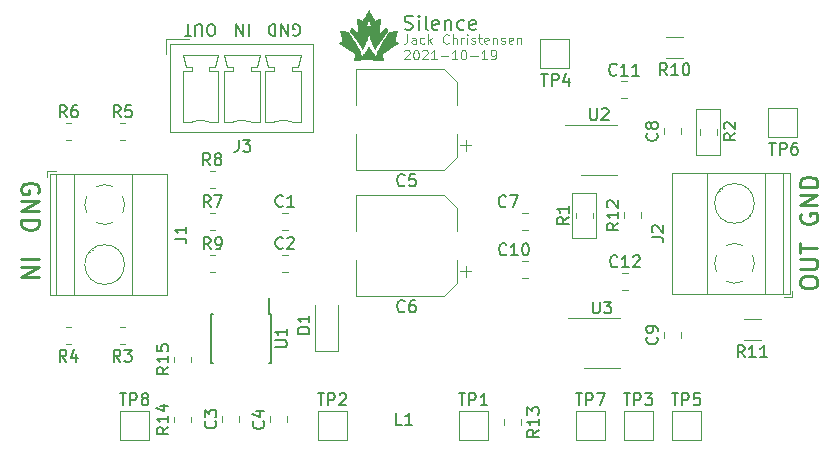
<source format=gto>
G04 #@! TF.GenerationSoftware,KiCad,Pcbnew,5.1.10*
G04 #@! TF.CreationDate,2021-11-24T23:14:30-05:00*
G04 #@! TF.ProjectId,power_board,706f7765-725f-4626-9f61-72642e6b6963,rev?*
G04 #@! TF.SameCoordinates,Original*
G04 #@! TF.FileFunction,Legend,Top*
G04 #@! TF.FilePolarity,Positive*
%FSLAX46Y46*%
G04 Gerber Fmt 4.6, Leading zero omitted, Abs format (unit mm)*
G04 Created by KiCad (PCBNEW 5.1.10) date 2021-11-24 23:14:30*
%MOMM*%
%LPD*%
G01*
G04 APERTURE LIST*
%ADD10C,0.200000*%
%ADD11C,0.120000*%
%ADD12C,0.250000*%
%ADD13C,0.150000*%
%ADD14C,0.010000*%
%ADD15C,6.400000*%
%ADD16R,1.650000X2.850000*%
%ADD17R,0.610000X1.910000*%
%ADD18R,1.550000X1.205000*%
%ADD19R,2.000000X2.000000*%
%ADD20R,2.700000X6.000000*%
%ADD21O,1.800000X3.600000*%
%ADD22C,2.600000*%
%ADD23R,2.600000X2.600000*%
%ADD24R,1.200000X0.900000*%
G04 APERTURE END LIST*
D10*
X135655428Y-89893714D02*
X135826857Y-89950857D01*
X136112571Y-89950857D01*
X136226857Y-89893714D01*
X136284000Y-89836571D01*
X136341142Y-89722285D01*
X136341142Y-89608000D01*
X136284000Y-89493714D01*
X136226857Y-89436571D01*
X136112571Y-89379428D01*
X135884000Y-89322285D01*
X135769714Y-89265142D01*
X135712571Y-89208000D01*
X135655428Y-89093714D01*
X135655428Y-88979428D01*
X135712571Y-88865142D01*
X135769714Y-88808000D01*
X135884000Y-88750857D01*
X136169714Y-88750857D01*
X136341142Y-88808000D01*
X136855428Y-89950857D02*
X136855428Y-89150857D01*
X136855428Y-88750857D02*
X136798285Y-88808000D01*
X136855428Y-88865142D01*
X136912571Y-88808000D01*
X136855428Y-88750857D01*
X136855428Y-88865142D01*
X137598285Y-89950857D02*
X137484000Y-89893714D01*
X137426857Y-89779428D01*
X137426857Y-88750857D01*
X138512571Y-89893714D02*
X138398285Y-89950857D01*
X138169714Y-89950857D01*
X138055428Y-89893714D01*
X137998285Y-89779428D01*
X137998285Y-89322285D01*
X138055428Y-89208000D01*
X138169714Y-89150857D01*
X138398285Y-89150857D01*
X138512571Y-89208000D01*
X138569714Y-89322285D01*
X138569714Y-89436571D01*
X137998285Y-89550857D01*
X139084000Y-89150857D02*
X139084000Y-89950857D01*
X139084000Y-89265142D02*
X139141142Y-89208000D01*
X139255428Y-89150857D01*
X139426857Y-89150857D01*
X139541142Y-89208000D01*
X139598285Y-89322285D01*
X139598285Y-89950857D01*
X140684000Y-89893714D02*
X140569714Y-89950857D01*
X140341142Y-89950857D01*
X140226857Y-89893714D01*
X140169714Y-89836571D01*
X140112571Y-89722285D01*
X140112571Y-89379428D01*
X140169714Y-89265142D01*
X140226857Y-89208000D01*
X140341142Y-89150857D01*
X140569714Y-89150857D01*
X140684000Y-89208000D01*
X141655428Y-89893714D02*
X141541142Y-89950857D01*
X141312571Y-89950857D01*
X141198285Y-89893714D01*
X141141142Y-89779428D01*
X141141142Y-89322285D01*
X141198285Y-89208000D01*
X141312571Y-89150857D01*
X141541142Y-89150857D01*
X141655428Y-89208000D01*
X141712571Y-89322285D01*
X141712571Y-89436571D01*
X141141142Y-89550857D01*
D11*
X135879047Y-90341904D02*
X135879047Y-90913333D01*
X135840952Y-91027619D01*
X135764761Y-91103809D01*
X135650476Y-91141904D01*
X135574285Y-91141904D01*
X136602857Y-91141904D02*
X136602857Y-90722857D01*
X136564761Y-90646666D01*
X136488571Y-90608571D01*
X136336190Y-90608571D01*
X136260000Y-90646666D01*
X136602857Y-91103809D02*
X136526666Y-91141904D01*
X136336190Y-91141904D01*
X136260000Y-91103809D01*
X136221904Y-91027619D01*
X136221904Y-90951428D01*
X136260000Y-90875238D01*
X136336190Y-90837142D01*
X136526666Y-90837142D01*
X136602857Y-90799047D01*
X137326666Y-91103809D02*
X137250476Y-91141904D01*
X137098095Y-91141904D01*
X137021904Y-91103809D01*
X136983809Y-91065714D01*
X136945714Y-90989523D01*
X136945714Y-90760952D01*
X136983809Y-90684761D01*
X137021904Y-90646666D01*
X137098095Y-90608571D01*
X137250476Y-90608571D01*
X137326666Y-90646666D01*
X137669523Y-91141904D02*
X137669523Y-90341904D01*
X137745714Y-90837142D02*
X137974285Y-91141904D01*
X137974285Y-90608571D02*
X137669523Y-90913333D01*
X139383809Y-91065714D02*
X139345714Y-91103809D01*
X139231428Y-91141904D01*
X139155238Y-91141904D01*
X139040952Y-91103809D01*
X138964761Y-91027619D01*
X138926666Y-90951428D01*
X138888571Y-90799047D01*
X138888571Y-90684761D01*
X138926666Y-90532380D01*
X138964761Y-90456190D01*
X139040952Y-90380000D01*
X139155238Y-90341904D01*
X139231428Y-90341904D01*
X139345714Y-90380000D01*
X139383809Y-90418095D01*
X139726666Y-91141904D02*
X139726666Y-90341904D01*
X140069523Y-91141904D02*
X140069523Y-90722857D01*
X140031428Y-90646666D01*
X139955238Y-90608571D01*
X139840952Y-90608571D01*
X139764761Y-90646666D01*
X139726666Y-90684761D01*
X140450476Y-91141904D02*
X140450476Y-90608571D01*
X140450476Y-90760952D02*
X140488571Y-90684761D01*
X140526666Y-90646666D01*
X140602857Y-90608571D01*
X140679047Y-90608571D01*
X140945714Y-91141904D02*
X140945714Y-90608571D01*
X140945714Y-90341904D02*
X140907619Y-90380000D01*
X140945714Y-90418095D01*
X140983809Y-90380000D01*
X140945714Y-90341904D01*
X140945714Y-90418095D01*
X141288571Y-91103809D02*
X141364761Y-91141904D01*
X141517142Y-91141904D01*
X141593333Y-91103809D01*
X141631428Y-91027619D01*
X141631428Y-90989523D01*
X141593333Y-90913333D01*
X141517142Y-90875238D01*
X141402857Y-90875238D01*
X141326666Y-90837142D01*
X141288571Y-90760952D01*
X141288571Y-90722857D01*
X141326666Y-90646666D01*
X141402857Y-90608571D01*
X141517142Y-90608571D01*
X141593333Y-90646666D01*
X141860000Y-90608571D02*
X142164761Y-90608571D01*
X141974285Y-90341904D02*
X141974285Y-91027619D01*
X142012380Y-91103809D01*
X142088571Y-91141904D01*
X142164761Y-91141904D01*
X142736190Y-91103809D02*
X142660000Y-91141904D01*
X142507619Y-91141904D01*
X142431428Y-91103809D01*
X142393333Y-91027619D01*
X142393333Y-90722857D01*
X142431428Y-90646666D01*
X142507619Y-90608571D01*
X142660000Y-90608571D01*
X142736190Y-90646666D01*
X142774285Y-90722857D01*
X142774285Y-90799047D01*
X142393333Y-90875238D01*
X143117142Y-90608571D02*
X143117142Y-91141904D01*
X143117142Y-90684761D02*
X143155238Y-90646666D01*
X143231428Y-90608571D01*
X143345714Y-90608571D01*
X143421904Y-90646666D01*
X143460000Y-90722857D01*
X143460000Y-91141904D01*
X143802857Y-91103809D02*
X143879047Y-91141904D01*
X144031428Y-91141904D01*
X144107619Y-91103809D01*
X144145714Y-91027619D01*
X144145714Y-90989523D01*
X144107619Y-90913333D01*
X144031428Y-90875238D01*
X143917142Y-90875238D01*
X143840952Y-90837142D01*
X143802857Y-90760952D01*
X143802857Y-90722857D01*
X143840952Y-90646666D01*
X143917142Y-90608571D01*
X144031428Y-90608571D01*
X144107619Y-90646666D01*
X144793333Y-91103809D02*
X144717142Y-91141904D01*
X144564761Y-91141904D01*
X144488571Y-91103809D01*
X144450476Y-91027619D01*
X144450476Y-90722857D01*
X144488571Y-90646666D01*
X144564761Y-90608571D01*
X144717142Y-90608571D01*
X144793333Y-90646666D01*
X144831428Y-90722857D01*
X144831428Y-90799047D01*
X144450476Y-90875238D01*
X145174285Y-90608571D02*
X145174285Y-91141904D01*
X145174285Y-90684761D02*
X145212380Y-90646666D01*
X145288571Y-90608571D01*
X145402857Y-90608571D01*
X145479047Y-90646666D01*
X145517142Y-90722857D01*
X145517142Y-91141904D01*
X135612380Y-91738095D02*
X135650476Y-91700000D01*
X135726666Y-91661904D01*
X135917142Y-91661904D01*
X135993333Y-91700000D01*
X136031428Y-91738095D01*
X136069523Y-91814285D01*
X136069523Y-91890476D01*
X136031428Y-92004761D01*
X135574285Y-92461904D01*
X136069523Y-92461904D01*
X136564761Y-91661904D02*
X136640952Y-91661904D01*
X136717142Y-91700000D01*
X136755238Y-91738095D01*
X136793333Y-91814285D01*
X136831428Y-91966666D01*
X136831428Y-92157142D01*
X136793333Y-92309523D01*
X136755238Y-92385714D01*
X136717142Y-92423809D01*
X136640952Y-92461904D01*
X136564761Y-92461904D01*
X136488571Y-92423809D01*
X136450476Y-92385714D01*
X136412380Y-92309523D01*
X136374285Y-92157142D01*
X136374285Y-91966666D01*
X136412380Y-91814285D01*
X136450476Y-91738095D01*
X136488571Y-91700000D01*
X136564761Y-91661904D01*
X137136190Y-91738095D02*
X137174285Y-91700000D01*
X137250476Y-91661904D01*
X137440952Y-91661904D01*
X137517142Y-91700000D01*
X137555238Y-91738095D01*
X137593333Y-91814285D01*
X137593333Y-91890476D01*
X137555238Y-92004761D01*
X137098095Y-92461904D01*
X137593333Y-92461904D01*
X138355238Y-92461904D02*
X137898095Y-92461904D01*
X138126666Y-92461904D02*
X138126666Y-91661904D01*
X138050476Y-91776190D01*
X137974285Y-91852380D01*
X137898095Y-91890476D01*
X138698095Y-92157142D02*
X139307619Y-92157142D01*
X140107619Y-92461904D02*
X139650476Y-92461904D01*
X139879047Y-92461904D02*
X139879047Y-91661904D01*
X139802857Y-91776190D01*
X139726666Y-91852380D01*
X139650476Y-91890476D01*
X140602857Y-91661904D02*
X140679047Y-91661904D01*
X140755238Y-91700000D01*
X140793333Y-91738095D01*
X140831428Y-91814285D01*
X140869523Y-91966666D01*
X140869523Y-92157142D01*
X140831428Y-92309523D01*
X140793333Y-92385714D01*
X140755238Y-92423809D01*
X140679047Y-92461904D01*
X140602857Y-92461904D01*
X140526666Y-92423809D01*
X140488571Y-92385714D01*
X140450476Y-92309523D01*
X140412380Y-92157142D01*
X140412380Y-91966666D01*
X140450476Y-91814285D01*
X140488571Y-91738095D01*
X140526666Y-91700000D01*
X140602857Y-91661904D01*
X141212380Y-92157142D02*
X141821904Y-92157142D01*
X142621904Y-92461904D02*
X142164761Y-92461904D01*
X142393333Y-92461904D02*
X142393333Y-91661904D01*
X142317142Y-91776190D01*
X142240952Y-91852380D01*
X142164761Y-91890476D01*
X143002857Y-92461904D02*
X143155238Y-92461904D01*
X143231428Y-92423809D01*
X143269523Y-92385714D01*
X143345714Y-92271428D01*
X143383809Y-92119047D01*
X143383809Y-91814285D01*
X143345714Y-91738095D01*
X143307619Y-91700000D01*
X143231428Y-91661904D01*
X143079047Y-91661904D01*
X143002857Y-91700000D01*
X142964761Y-91738095D01*
X142926666Y-91814285D01*
X142926666Y-92004761D01*
X142964761Y-92080952D01*
X143002857Y-92119047D01*
X143079047Y-92157142D01*
X143231428Y-92157142D01*
X143307619Y-92119047D01*
X143345714Y-92080952D01*
X143383809Y-92004761D01*
X160347660Y-96664780D02*
X162379660Y-96664780D01*
X160347660Y-100525580D02*
X160347660Y-96664780D01*
X162379660Y-100525580D02*
X160347660Y-100525580D01*
X162379660Y-96664780D02*
X162379660Y-100525580D01*
X149860000Y-107594400D02*
X149860000Y-103733600D01*
X151892000Y-107594400D02*
X149860000Y-107594400D01*
X151892000Y-103733600D02*
X151892000Y-107594400D01*
X149860000Y-103733600D02*
X151892000Y-103733600D01*
D12*
X169104571Y-111482000D02*
X169104571Y-111196285D01*
X169176000Y-111053428D01*
X169318857Y-110910571D01*
X169604571Y-110839142D01*
X170104571Y-110839142D01*
X170390285Y-110910571D01*
X170533142Y-111053428D01*
X170604571Y-111196285D01*
X170604571Y-111482000D01*
X170533142Y-111624857D01*
X170390285Y-111767714D01*
X170104571Y-111839142D01*
X169604571Y-111839142D01*
X169318857Y-111767714D01*
X169176000Y-111624857D01*
X169104571Y-111482000D01*
X169104571Y-110196285D02*
X170318857Y-110196285D01*
X170461714Y-110124857D01*
X170533142Y-110053428D01*
X170604571Y-109910571D01*
X170604571Y-109624857D01*
X170533142Y-109482000D01*
X170461714Y-109410571D01*
X170318857Y-109339142D01*
X169104571Y-109339142D01*
X169104571Y-108839142D02*
X169104571Y-107982000D01*
X170604571Y-108410571D02*
X169104571Y-108410571D01*
X169176000Y-105536857D02*
X169104571Y-105679714D01*
X169104571Y-105894000D01*
X169176000Y-106108285D01*
X169318857Y-106251142D01*
X169461714Y-106322571D01*
X169747428Y-106394000D01*
X169961714Y-106394000D01*
X170247428Y-106322571D01*
X170390285Y-106251142D01*
X170533142Y-106108285D01*
X170604571Y-105894000D01*
X170604571Y-105751142D01*
X170533142Y-105536857D01*
X170461714Y-105465428D01*
X169961714Y-105465428D01*
X169961714Y-105751142D01*
X170604571Y-104822571D02*
X169104571Y-104822571D01*
X170604571Y-103965428D01*
X169104571Y-103965428D01*
X170604571Y-103251142D02*
X169104571Y-103251142D01*
X169104571Y-102894000D01*
X169176000Y-102679714D01*
X169318857Y-102536857D01*
X169461714Y-102465428D01*
X169747428Y-102394000D01*
X169961714Y-102394000D01*
X170247428Y-102465428D01*
X170390285Y-102536857D01*
X170533142Y-102679714D01*
X170604571Y-102894000D01*
X170604571Y-103251142D01*
X103207428Y-109323285D02*
X104707428Y-109323285D01*
X103207428Y-110037571D02*
X104707428Y-110037571D01*
X103207428Y-110894714D01*
X104707428Y-110894714D01*
X104636000Y-103759142D02*
X104707428Y-103616285D01*
X104707428Y-103402000D01*
X104636000Y-103187714D01*
X104493142Y-103044857D01*
X104350285Y-102973428D01*
X104064571Y-102902000D01*
X103850285Y-102902000D01*
X103564571Y-102973428D01*
X103421714Y-103044857D01*
X103278857Y-103187714D01*
X103207428Y-103402000D01*
X103207428Y-103544857D01*
X103278857Y-103759142D01*
X103350285Y-103830571D01*
X103850285Y-103830571D01*
X103850285Y-103544857D01*
X103207428Y-104473428D02*
X104707428Y-104473428D01*
X103207428Y-105330571D01*
X104707428Y-105330571D01*
X103207428Y-106044857D02*
X104707428Y-106044857D01*
X104707428Y-106402000D01*
X104636000Y-106616285D01*
X104493142Y-106759142D01*
X104350285Y-106830571D01*
X104064571Y-106902000D01*
X103850285Y-106902000D01*
X103564571Y-106830571D01*
X103421714Y-106759142D01*
X103278857Y-106616285D01*
X103207428Y-106402000D01*
X103207428Y-106044857D01*
D13*
X119364000Y-90463619D02*
X119173523Y-90463619D01*
X119078285Y-90416000D01*
X118983047Y-90320761D01*
X118935428Y-90130285D01*
X118935428Y-89796952D01*
X118983047Y-89606476D01*
X119078285Y-89511238D01*
X119173523Y-89463619D01*
X119364000Y-89463619D01*
X119459238Y-89511238D01*
X119554476Y-89606476D01*
X119602095Y-89796952D01*
X119602095Y-90130285D01*
X119554476Y-90320761D01*
X119459238Y-90416000D01*
X119364000Y-90463619D01*
X118506857Y-90463619D02*
X118506857Y-89654095D01*
X118459238Y-89558857D01*
X118411619Y-89511238D01*
X118316380Y-89463619D01*
X118125904Y-89463619D01*
X118030666Y-89511238D01*
X117983047Y-89558857D01*
X117935428Y-89654095D01*
X117935428Y-90463619D01*
X117602095Y-90463619D02*
X117030666Y-90463619D01*
X117316380Y-89463619D02*
X117316380Y-90463619D01*
X122443809Y-89463619D02*
X122443809Y-90463619D01*
X121967619Y-89463619D02*
X121967619Y-90463619D01*
X121396190Y-89463619D01*
X121396190Y-90463619D01*
X126237904Y-90416000D02*
X126333142Y-90463619D01*
X126476000Y-90463619D01*
X126618857Y-90416000D01*
X126714095Y-90320761D01*
X126761714Y-90225523D01*
X126809333Y-90035047D01*
X126809333Y-89892190D01*
X126761714Y-89701714D01*
X126714095Y-89606476D01*
X126618857Y-89511238D01*
X126476000Y-89463619D01*
X126380761Y-89463619D01*
X126237904Y-89511238D01*
X126190285Y-89558857D01*
X126190285Y-89892190D01*
X126380761Y-89892190D01*
X125761714Y-89463619D02*
X125761714Y-90463619D01*
X125190285Y-89463619D01*
X125190285Y-90463619D01*
X124714095Y-89463619D02*
X124714095Y-90463619D01*
X124476000Y-90463619D01*
X124333142Y-90416000D01*
X124237904Y-90320761D01*
X124190285Y-90225523D01*
X124142666Y-90035047D01*
X124142666Y-89892190D01*
X124190285Y-89701714D01*
X124237904Y-89606476D01*
X124333142Y-89511238D01*
X124476000Y-89463619D01*
X124714095Y-89463619D01*
D14*
G36*
X132595914Y-88321905D02*
G01*
X132606516Y-88339069D01*
X132622733Y-88366494D01*
X132644017Y-88403215D01*
X132669817Y-88448269D01*
X132699583Y-88500690D01*
X132732765Y-88559515D01*
X132768813Y-88623778D01*
X132807176Y-88692517D01*
X132840447Y-88752394D01*
X132880369Y-88824367D01*
X132918398Y-88892895D01*
X132953983Y-88956988D01*
X132986574Y-89015656D01*
X133015619Y-89067908D01*
X133040569Y-89112755D01*
X133060873Y-89149205D01*
X133075980Y-89176270D01*
X133085339Y-89192958D01*
X133088334Y-89198197D01*
X133092557Y-89199601D01*
X133102410Y-89197950D01*
X133118913Y-89192851D01*
X133143090Y-89183909D01*
X133175962Y-89170728D01*
X133218551Y-89152916D01*
X133271880Y-89130076D01*
X133328783Y-89105385D01*
X133382229Y-89082260D01*
X133431633Y-89061198D01*
X133475555Y-89042790D01*
X133512557Y-89027625D01*
X133541199Y-89016293D01*
X133560043Y-89009382D01*
X133567651Y-89007482D01*
X133567700Y-89007517D01*
X133567680Y-89014923D01*
X133566395Y-89035208D01*
X133563930Y-89067399D01*
X133560371Y-89110522D01*
X133555805Y-89163605D01*
X133550318Y-89225673D01*
X133543995Y-89295755D01*
X133536924Y-89372876D01*
X133529190Y-89456064D01*
X133520880Y-89544345D01*
X133512080Y-89636747D01*
X133510606Y-89652113D01*
X133501721Y-89745058D01*
X133493282Y-89834014D01*
X133485379Y-89918010D01*
X133478099Y-89996077D01*
X133471532Y-90067244D01*
X133465764Y-90130541D01*
X133460885Y-90184998D01*
X133456983Y-90229643D01*
X133454146Y-90263507D01*
X133452462Y-90285619D01*
X133452020Y-90295010D01*
X133452073Y-90295269D01*
X133457652Y-90291311D01*
X133472688Y-90278887D01*
X133496257Y-90258803D01*
X133527434Y-90231863D01*
X133565296Y-90198873D01*
X133608918Y-90160636D01*
X133657376Y-90117959D01*
X133709745Y-90071646D01*
X133756061Y-90030540D01*
X133811108Y-89981694D01*
X133863100Y-89935723D01*
X133911100Y-89893445D01*
X133954174Y-89855676D01*
X133991385Y-89823233D01*
X134021797Y-89796931D01*
X134044475Y-89777587D01*
X134058482Y-89766018D01*
X134062853Y-89762905D01*
X134064978Y-89764463D01*
X134068242Y-89769908D01*
X134073099Y-89780398D01*
X134080001Y-89797089D01*
X134089401Y-89821138D01*
X134101751Y-89853702D01*
X134117503Y-89895939D01*
X134137111Y-89949004D01*
X134159753Y-90010583D01*
X134180427Y-90066892D01*
X134121126Y-90135302D01*
X134044616Y-90225806D01*
X133964367Y-90324895D01*
X133881504Y-90430960D01*
X133797153Y-90542391D01*
X133712440Y-90657578D01*
X133628490Y-90774911D01*
X133546429Y-90892779D01*
X133467382Y-91009573D01*
X133392476Y-91123683D01*
X133322836Y-91233499D01*
X133259587Y-91337410D01*
X133203856Y-91433807D01*
X133170192Y-91495437D01*
X133132401Y-91566623D01*
X133109445Y-91533258D01*
X133065684Y-91464895D01*
X133020339Y-91385222D01*
X132974500Y-91296587D01*
X132929257Y-91201337D01*
X132885702Y-91101821D01*
X132844925Y-91000387D01*
X132808016Y-90899383D01*
X132789808Y-90845014D01*
X132756975Y-90737980D01*
X132724111Y-90620397D01*
X132692045Y-90495606D01*
X132661605Y-90366948D01*
X132633619Y-90237766D01*
X132611846Y-90127197D01*
X132592129Y-90021764D01*
X132556304Y-90200266D01*
X132516713Y-90386152D01*
X132475007Y-90559290D01*
X132430810Y-90720738D01*
X132383747Y-90871556D01*
X132333443Y-91012803D01*
X132279522Y-91145539D01*
X132221609Y-91270822D01*
X132159330Y-91389714D01*
X132098269Y-91493689D01*
X132081644Y-91520104D01*
X132067432Y-91541856D01*
X132057357Y-91556356D01*
X132053446Y-91560989D01*
X132048281Y-91556639D01*
X132038666Y-91542340D01*
X132026237Y-91520659D01*
X132018963Y-91506849D01*
X131978515Y-91431484D01*
X131929891Y-91347061D01*
X131874079Y-91254995D01*
X131812066Y-91156702D01*
X131744841Y-91053597D01*
X131673391Y-90947097D01*
X131598704Y-90838616D01*
X131521769Y-90729572D01*
X131443574Y-90621379D01*
X131365106Y-90515454D01*
X131287353Y-90413213D01*
X131211304Y-90316070D01*
X131137947Y-90225442D01*
X131068269Y-90142745D01*
X131061833Y-90135302D01*
X131002533Y-90066892D01*
X131023206Y-90010583D01*
X131046904Y-89946136D01*
X131066316Y-89893618D01*
X131081892Y-89851874D01*
X131094085Y-89819748D01*
X131103347Y-89796082D01*
X131110130Y-89779722D01*
X131114886Y-89769510D01*
X131118067Y-89764291D01*
X131120032Y-89762905D01*
X131126122Y-89767401D01*
X131141664Y-89780345D01*
X131165720Y-89800921D01*
X131197355Y-89828313D01*
X131235634Y-89861706D01*
X131279620Y-89900283D01*
X131328378Y-89943228D01*
X131380971Y-89989726D01*
X131426901Y-90030462D01*
X131481864Y-90079191D01*
X131533687Y-90124962D01*
X131581446Y-90166973D01*
X131624218Y-90204418D01*
X131661078Y-90236492D01*
X131691102Y-90262390D01*
X131713366Y-90281309D01*
X131726945Y-90292444D01*
X131730964Y-90295192D01*
X131730725Y-90288009D01*
X131729230Y-90267944D01*
X131726567Y-90235966D01*
X131722825Y-90193047D01*
X131718093Y-90140155D01*
X131712459Y-90078261D01*
X131706011Y-90008336D01*
X131698838Y-89931350D01*
X131691027Y-89848272D01*
X131682669Y-89760073D01*
X131681589Y-89748759D01*
X132338620Y-89748759D01*
X132341163Y-89749501D01*
X132351388Y-89741970D01*
X132367168Y-89727764D01*
X132369210Y-89725806D01*
X132393828Y-89705313D01*
X132424418Y-89684308D01*
X132452302Y-89668429D01*
X132514412Y-89644844D01*
X132577461Y-89634774D01*
X132640073Y-89638010D01*
X132700872Y-89654343D01*
X132758481Y-89683563D01*
X132808452Y-89722553D01*
X132826262Y-89738419D01*
X132838904Y-89748124D01*
X132844292Y-89750124D01*
X132844181Y-89748987D01*
X132841497Y-89740617D01*
X132835047Y-89720151D01*
X132825204Y-89688781D01*
X132812341Y-89647698D01*
X132796830Y-89598096D01*
X132779044Y-89541164D01*
X132759357Y-89478097D01*
X132738140Y-89410085D01*
X132716880Y-89341891D01*
X132694647Y-89270600D01*
X132673658Y-89203371D01*
X132654273Y-89141361D01*
X132636857Y-89085728D01*
X132621771Y-89037628D01*
X132609380Y-88998219D01*
X132600046Y-88968658D01*
X132594131Y-88950103D01*
X132592004Y-88943712D01*
X132589770Y-88949888D01*
X132583765Y-88968210D01*
X132574352Y-88997536D01*
X132561891Y-89036722D01*
X132546745Y-89084624D01*
X132529274Y-89140100D01*
X132509841Y-89202005D01*
X132488807Y-89269196D01*
X132466583Y-89340370D01*
X132444201Y-89412109D01*
X132422991Y-89480032D01*
X132403324Y-89542951D01*
X132385573Y-89599677D01*
X132370112Y-89649021D01*
X132357311Y-89689795D01*
X132347544Y-89720811D01*
X132341183Y-89740879D01*
X132338620Y-89748759D01*
X131681589Y-89748759D01*
X131673850Y-89667724D01*
X131672353Y-89652113D01*
X131663482Y-89559131D01*
X131655088Y-89470110D01*
X131647257Y-89386023D01*
X131640076Y-89307843D01*
X131633631Y-89236543D01*
X131628008Y-89173098D01*
X131623293Y-89118479D01*
X131619572Y-89073661D01*
X131616931Y-89039617D01*
X131615457Y-89017320D01*
X131615235Y-89007742D01*
X131615323Y-89007454D01*
X131622486Y-89009128D01*
X131640938Y-89015832D01*
X131669236Y-89026974D01*
X131705938Y-89041966D01*
X131749599Y-89060218D01*
X131798775Y-89081139D01*
X131852024Y-89104139D01*
X131853125Y-89104618D01*
X131906386Y-89127770D01*
X131955506Y-89149069D01*
X131999053Y-89167899D01*
X132035596Y-89183642D01*
X132063705Y-89195683D01*
X132081949Y-89203405D01*
X132088895Y-89206191D01*
X132088909Y-89206192D01*
X132092585Y-89200261D01*
X132102460Y-89183103D01*
X132118002Y-89155672D01*
X132138677Y-89118922D01*
X132163952Y-89073806D01*
X132193293Y-89021279D01*
X132226167Y-88962293D01*
X132262040Y-88897804D01*
X132300378Y-88828763D01*
X132337911Y-88761066D01*
X132378149Y-88688606D01*
X132416532Y-88619811D01*
X132452516Y-88555636D01*
X132485558Y-88497036D01*
X132515113Y-88444967D01*
X132540638Y-88400382D01*
X132561587Y-88364238D01*
X132577418Y-88337489D01*
X132587585Y-88321091D01*
X132591480Y-88315967D01*
X132595914Y-88321905D01*
G37*
X132595914Y-88321905D02*
X132606516Y-88339069D01*
X132622733Y-88366494D01*
X132644017Y-88403215D01*
X132669817Y-88448269D01*
X132699583Y-88500690D01*
X132732765Y-88559515D01*
X132768813Y-88623778D01*
X132807176Y-88692517D01*
X132840447Y-88752394D01*
X132880369Y-88824367D01*
X132918398Y-88892895D01*
X132953983Y-88956988D01*
X132986574Y-89015656D01*
X133015619Y-89067908D01*
X133040569Y-89112755D01*
X133060873Y-89149205D01*
X133075980Y-89176270D01*
X133085339Y-89192958D01*
X133088334Y-89198197D01*
X133092557Y-89199601D01*
X133102410Y-89197950D01*
X133118913Y-89192851D01*
X133143090Y-89183909D01*
X133175962Y-89170728D01*
X133218551Y-89152916D01*
X133271880Y-89130076D01*
X133328783Y-89105385D01*
X133382229Y-89082260D01*
X133431633Y-89061198D01*
X133475555Y-89042790D01*
X133512557Y-89027625D01*
X133541199Y-89016293D01*
X133560043Y-89009382D01*
X133567651Y-89007482D01*
X133567700Y-89007517D01*
X133567680Y-89014923D01*
X133566395Y-89035208D01*
X133563930Y-89067399D01*
X133560371Y-89110522D01*
X133555805Y-89163605D01*
X133550318Y-89225673D01*
X133543995Y-89295755D01*
X133536924Y-89372876D01*
X133529190Y-89456064D01*
X133520880Y-89544345D01*
X133512080Y-89636747D01*
X133510606Y-89652113D01*
X133501721Y-89745058D01*
X133493282Y-89834014D01*
X133485379Y-89918010D01*
X133478099Y-89996077D01*
X133471532Y-90067244D01*
X133465764Y-90130541D01*
X133460885Y-90184998D01*
X133456983Y-90229643D01*
X133454146Y-90263507D01*
X133452462Y-90285619D01*
X133452020Y-90295010D01*
X133452073Y-90295269D01*
X133457652Y-90291311D01*
X133472688Y-90278887D01*
X133496257Y-90258803D01*
X133527434Y-90231863D01*
X133565296Y-90198873D01*
X133608918Y-90160636D01*
X133657376Y-90117959D01*
X133709745Y-90071646D01*
X133756061Y-90030540D01*
X133811108Y-89981694D01*
X133863100Y-89935723D01*
X133911100Y-89893445D01*
X133954174Y-89855676D01*
X133991385Y-89823233D01*
X134021797Y-89796931D01*
X134044475Y-89777587D01*
X134058482Y-89766018D01*
X134062853Y-89762905D01*
X134064978Y-89764463D01*
X134068242Y-89769908D01*
X134073099Y-89780398D01*
X134080001Y-89797089D01*
X134089401Y-89821138D01*
X134101751Y-89853702D01*
X134117503Y-89895939D01*
X134137111Y-89949004D01*
X134159753Y-90010583D01*
X134180427Y-90066892D01*
X134121126Y-90135302D01*
X134044616Y-90225806D01*
X133964367Y-90324895D01*
X133881504Y-90430960D01*
X133797153Y-90542391D01*
X133712440Y-90657578D01*
X133628490Y-90774911D01*
X133546429Y-90892779D01*
X133467382Y-91009573D01*
X133392476Y-91123683D01*
X133322836Y-91233499D01*
X133259587Y-91337410D01*
X133203856Y-91433807D01*
X133170192Y-91495437D01*
X133132401Y-91566623D01*
X133109445Y-91533258D01*
X133065684Y-91464895D01*
X133020339Y-91385222D01*
X132974500Y-91296587D01*
X132929257Y-91201337D01*
X132885702Y-91101821D01*
X132844925Y-91000387D01*
X132808016Y-90899383D01*
X132789808Y-90845014D01*
X132756975Y-90737980D01*
X132724111Y-90620397D01*
X132692045Y-90495606D01*
X132661605Y-90366948D01*
X132633619Y-90237766D01*
X132611846Y-90127197D01*
X132592129Y-90021764D01*
X132556304Y-90200266D01*
X132516713Y-90386152D01*
X132475007Y-90559290D01*
X132430810Y-90720738D01*
X132383747Y-90871556D01*
X132333443Y-91012803D01*
X132279522Y-91145539D01*
X132221609Y-91270822D01*
X132159330Y-91389714D01*
X132098269Y-91493689D01*
X132081644Y-91520104D01*
X132067432Y-91541856D01*
X132057357Y-91556356D01*
X132053446Y-91560989D01*
X132048281Y-91556639D01*
X132038666Y-91542340D01*
X132026237Y-91520659D01*
X132018963Y-91506849D01*
X131978515Y-91431484D01*
X131929891Y-91347061D01*
X131874079Y-91254995D01*
X131812066Y-91156702D01*
X131744841Y-91053597D01*
X131673391Y-90947097D01*
X131598704Y-90838616D01*
X131521769Y-90729572D01*
X131443574Y-90621379D01*
X131365106Y-90515454D01*
X131287353Y-90413213D01*
X131211304Y-90316070D01*
X131137947Y-90225442D01*
X131068269Y-90142745D01*
X131061833Y-90135302D01*
X131002533Y-90066892D01*
X131023206Y-90010583D01*
X131046904Y-89946136D01*
X131066316Y-89893618D01*
X131081892Y-89851874D01*
X131094085Y-89819748D01*
X131103347Y-89796082D01*
X131110130Y-89779722D01*
X131114886Y-89769510D01*
X131118067Y-89764291D01*
X131120032Y-89762905D01*
X131126122Y-89767401D01*
X131141664Y-89780345D01*
X131165720Y-89800921D01*
X131197355Y-89828313D01*
X131235634Y-89861706D01*
X131279620Y-89900283D01*
X131328378Y-89943228D01*
X131380971Y-89989726D01*
X131426901Y-90030462D01*
X131481864Y-90079191D01*
X131533687Y-90124962D01*
X131581446Y-90166973D01*
X131624218Y-90204418D01*
X131661078Y-90236492D01*
X131691102Y-90262390D01*
X131713366Y-90281309D01*
X131726945Y-90292444D01*
X131730964Y-90295192D01*
X131730725Y-90288009D01*
X131729230Y-90267944D01*
X131726567Y-90235966D01*
X131722825Y-90193047D01*
X131718093Y-90140155D01*
X131712459Y-90078261D01*
X131706011Y-90008336D01*
X131698838Y-89931350D01*
X131691027Y-89848272D01*
X131682669Y-89760073D01*
X131681589Y-89748759D01*
X132338620Y-89748759D01*
X132341163Y-89749501D01*
X132351388Y-89741970D01*
X132367168Y-89727764D01*
X132369210Y-89725806D01*
X132393828Y-89705313D01*
X132424418Y-89684308D01*
X132452302Y-89668429D01*
X132514412Y-89644844D01*
X132577461Y-89634774D01*
X132640073Y-89638010D01*
X132700872Y-89654343D01*
X132758481Y-89683563D01*
X132808452Y-89722553D01*
X132826262Y-89738419D01*
X132838904Y-89748124D01*
X132844292Y-89750124D01*
X132844181Y-89748987D01*
X132841497Y-89740617D01*
X132835047Y-89720151D01*
X132825204Y-89688781D01*
X132812341Y-89647698D01*
X132796830Y-89598096D01*
X132779044Y-89541164D01*
X132759357Y-89478097D01*
X132738140Y-89410085D01*
X132716880Y-89341891D01*
X132694647Y-89270600D01*
X132673658Y-89203371D01*
X132654273Y-89141361D01*
X132636857Y-89085728D01*
X132621771Y-89037628D01*
X132609380Y-88998219D01*
X132600046Y-88968658D01*
X132594131Y-88950103D01*
X132592004Y-88943712D01*
X132589770Y-88949888D01*
X132583765Y-88968210D01*
X132574352Y-88997536D01*
X132561891Y-89036722D01*
X132546745Y-89084624D01*
X132529274Y-89140100D01*
X132509841Y-89202005D01*
X132488807Y-89269196D01*
X132466583Y-89340370D01*
X132444201Y-89412109D01*
X132422991Y-89480032D01*
X132403324Y-89542951D01*
X132385573Y-89599677D01*
X132370112Y-89649021D01*
X132357311Y-89689795D01*
X132347544Y-89720811D01*
X132341183Y-89740879D01*
X132338620Y-89748759D01*
X131681589Y-89748759D01*
X131673850Y-89667724D01*
X131672353Y-89652113D01*
X131663482Y-89559131D01*
X131655088Y-89470110D01*
X131647257Y-89386023D01*
X131640076Y-89307843D01*
X131633631Y-89236543D01*
X131628008Y-89173098D01*
X131623293Y-89118479D01*
X131619572Y-89073661D01*
X131616931Y-89039617D01*
X131615457Y-89017320D01*
X131615235Y-89007742D01*
X131615323Y-89007454D01*
X131622486Y-89009128D01*
X131640938Y-89015832D01*
X131669236Y-89026974D01*
X131705938Y-89041966D01*
X131749599Y-89060218D01*
X131798775Y-89081139D01*
X131852024Y-89104139D01*
X131853125Y-89104618D01*
X131906386Y-89127770D01*
X131955506Y-89149069D01*
X131999053Y-89167899D01*
X132035596Y-89183642D01*
X132063705Y-89195683D01*
X132081949Y-89203405D01*
X132088895Y-89206191D01*
X132088909Y-89206192D01*
X132092585Y-89200261D01*
X132102460Y-89183103D01*
X132118002Y-89155672D01*
X132138677Y-89118922D01*
X132163952Y-89073806D01*
X132193293Y-89021279D01*
X132226167Y-88962293D01*
X132262040Y-88897804D01*
X132300378Y-88828763D01*
X132337911Y-88761066D01*
X132378149Y-88688606D01*
X132416532Y-88619811D01*
X132452516Y-88555636D01*
X132485558Y-88497036D01*
X132515113Y-88444967D01*
X132540638Y-88400382D01*
X132561587Y-88364238D01*
X132577418Y-88337489D01*
X132587585Y-88321091D01*
X132591480Y-88315967D01*
X132595914Y-88321905D01*
G36*
X130188697Y-90017970D02*
G01*
X130208033Y-90021400D01*
X130238352Y-90027030D01*
X130278319Y-90034605D01*
X130326599Y-90043871D01*
X130381859Y-90054572D01*
X130442762Y-90066455D01*
X130507976Y-90079263D01*
X130509094Y-90079484D01*
X130589677Y-90095474D01*
X130657475Y-90109182D01*
X130713396Y-90120815D01*
X130758348Y-90130580D01*
X130793239Y-90138683D01*
X130818978Y-90145330D01*
X130836474Y-90150729D01*
X130846633Y-90155085D01*
X130849102Y-90156804D01*
X130861574Y-90170227D01*
X130880726Y-90193656D01*
X130905447Y-90225566D01*
X130934624Y-90264433D01*
X130967144Y-90308732D01*
X131001896Y-90356937D01*
X131037767Y-90407524D01*
X131073644Y-90458969D01*
X131108415Y-90509745D01*
X131130273Y-90542234D01*
X131233542Y-90701334D01*
X131334719Y-90865776D01*
X131432654Y-91033429D01*
X131526199Y-91202163D01*
X131614202Y-91369847D01*
X131695513Y-91534352D01*
X131768984Y-91693546D01*
X131832782Y-91843617D01*
X131848866Y-91884630D01*
X131866350Y-91931438D01*
X131884411Y-91981618D01*
X131902230Y-92032749D01*
X131918987Y-92082409D01*
X131933860Y-92128176D01*
X131946030Y-92167629D01*
X131954676Y-92198346D01*
X131958389Y-92214372D01*
X131962647Y-92231015D01*
X131967120Y-92239845D01*
X131968077Y-92240274D01*
X131974754Y-92235234D01*
X131989072Y-92221142D01*
X132009646Y-92199541D01*
X132035088Y-92171973D01*
X132064016Y-92139981D01*
X132095042Y-92105108D01*
X132126782Y-92068897D01*
X132157851Y-92032889D01*
X132186864Y-91998628D01*
X132208049Y-91973040D01*
X132272931Y-91891140D01*
X132332680Y-91810123D01*
X132389417Y-91726812D01*
X132445268Y-91638035D01*
X132502354Y-91540615D01*
X132528812Y-91493471D01*
X132548513Y-91458757D01*
X132566166Y-91429166D01*
X132580620Y-91406505D01*
X132590728Y-91392579D01*
X132595259Y-91389088D01*
X132600526Y-91397146D01*
X132610843Y-91414848D01*
X132624705Y-91439556D01*
X132640178Y-91467836D01*
X132717089Y-91603716D01*
X132795247Y-91728810D01*
X132876710Y-91846225D01*
X132963537Y-91959070D01*
X132974337Y-91972357D01*
X133000781Y-92004211D01*
X133030384Y-92039040D01*
X133061767Y-92075306D01*
X133093545Y-92111468D01*
X133124339Y-92145989D01*
X133152766Y-92177329D01*
X133177445Y-92203948D01*
X133196992Y-92224309D01*
X133210028Y-92236872D01*
X133214883Y-92240274D01*
X133219129Y-92234181D01*
X133223610Y-92219069D01*
X133224571Y-92214372D01*
X133229986Y-92191926D01*
X133239549Y-92158900D01*
X133252440Y-92117717D01*
X133267838Y-92070799D01*
X133284924Y-92020567D01*
X133302876Y-91969443D01*
X133320873Y-91919849D01*
X133338097Y-91874206D01*
X133350178Y-91843617D01*
X133413492Y-91694701D01*
X133485659Y-91538261D01*
X133565518Y-91376442D01*
X133651912Y-91211390D01*
X133743683Y-91045251D01*
X133839672Y-90880171D01*
X133938722Y-90718296D01*
X134039675Y-90561772D01*
X134051995Y-90543251D01*
X134085378Y-90493822D01*
X134120611Y-90442694D01*
X134156585Y-90391389D01*
X134192188Y-90341430D01*
X134226312Y-90294339D01*
X134257845Y-90251639D01*
X134285678Y-90214854D01*
X134308700Y-90185504D01*
X134325802Y-90165114D01*
X134333553Y-90157079D01*
X134340906Y-90153111D01*
X134355791Y-90148066D01*
X134379057Y-90141752D01*
X134411552Y-90133977D01*
X134454124Y-90124547D01*
X134507624Y-90113271D01*
X134572898Y-90099955D01*
X134650795Y-90084407D01*
X134673561Y-90079908D01*
X134738866Y-90067064D01*
X134799884Y-90055137D01*
X134855281Y-90044382D01*
X134903724Y-90035055D01*
X134943878Y-90027412D01*
X134974409Y-90021708D01*
X134993985Y-90018198D01*
X135001271Y-90017137D01*
X135001282Y-90017143D01*
X134999871Y-90023843D01*
X134995357Y-90042646D01*
X134988092Y-90072171D01*
X134978424Y-90111039D01*
X134966704Y-90157869D01*
X134953282Y-90211282D01*
X134938509Y-90269897D01*
X134922733Y-90332334D01*
X134906307Y-90397214D01*
X134889579Y-90463155D01*
X134872899Y-90528779D01*
X134856619Y-90592704D01*
X134841087Y-90653551D01*
X134826655Y-90709940D01*
X134813672Y-90760491D01*
X134802488Y-90803823D01*
X134793454Y-90838557D01*
X134786920Y-90863312D01*
X134783235Y-90876708D01*
X134783076Y-90877241D01*
X134784765Y-90882541D01*
X134793068Y-90890598D01*
X134809059Y-90902116D01*
X134833815Y-90917804D01*
X134868413Y-90938366D01*
X134913929Y-90964511D01*
X134929465Y-90973317D01*
X134970695Y-90996840D01*
X135007584Y-91018285D01*
X135038494Y-91036666D01*
X135061786Y-91050997D01*
X135075821Y-91060294D01*
X135079288Y-91063400D01*
X135073575Y-91067811D01*
X135056909Y-91079347D01*
X135030003Y-91097538D01*
X134993567Y-91121913D01*
X134948312Y-91152004D01*
X134894950Y-91187340D01*
X134834192Y-91227452D01*
X134766749Y-91271870D01*
X134693332Y-91320125D01*
X134614653Y-91371746D01*
X134531423Y-91426264D01*
X134444352Y-91483210D01*
X134376519Y-91527515D01*
X134287009Y-91586002D01*
X134200800Y-91642441D01*
X134118605Y-91696360D01*
X134041136Y-91747288D01*
X133969103Y-91794752D01*
X133903218Y-91838282D01*
X133844194Y-91877407D01*
X133792741Y-91911654D01*
X133749572Y-91940551D01*
X133715398Y-91963629D01*
X133690930Y-91980414D01*
X133676881Y-91990436D01*
X133673609Y-91993233D01*
X133675617Y-92001185D01*
X133681405Y-92020948D01*
X133690527Y-92051073D01*
X133702537Y-92090109D01*
X133716987Y-92136609D01*
X133733430Y-92189123D01*
X133751421Y-92246200D01*
X133757899Y-92266667D01*
X133776187Y-92324842D01*
X133792891Y-92378858D01*
X133807588Y-92427284D01*
X133819858Y-92468691D01*
X133829279Y-92501649D01*
X133835428Y-92524726D01*
X133837885Y-92536494D01*
X133837790Y-92537681D01*
X133830366Y-92537537D01*
X133810111Y-92535817D01*
X133778012Y-92532631D01*
X133735052Y-92528090D01*
X133682217Y-92522305D01*
X133620491Y-92515385D01*
X133550861Y-92507441D01*
X133474309Y-92498584D01*
X133391823Y-92488924D01*
X133304386Y-92478571D01*
X133212983Y-92467637D01*
X133212365Y-92467562D01*
X132591480Y-92392904D01*
X131983318Y-92466206D01*
X131892521Y-92477127D01*
X131805459Y-92487557D01*
X131723154Y-92497374D01*
X131646628Y-92506460D01*
X131576902Y-92514694D01*
X131514997Y-92521956D01*
X131461935Y-92528126D01*
X131418738Y-92533085D01*
X131386427Y-92536712D01*
X131366024Y-92538888D01*
X131358756Y-92539507D01*
X131346157Y-92537419D01*
X131342356Y-92533732D01*
X131344394Y-92526038D01*
X131350208Y-92506534D01*
X131359348Y-92476669D01*
X131371364Y-92437894D01*
X131385806Y-92391658D01*
X131402223Y-92339412D01*
X131420167Y-92282605D01*
X131425863Y-92264631D01*
X131444193Y-92206644D01*
X131461129Y-92152704D01*
X131476221Y-92104273D01*
X131489018Y-92062814D01*
X131499070Y-92029788D01*
X131505926Y-92006658D01*
X131509135Y-91994887D01*
X131509320Y-91993790D01*
X131503599Y-91989101D01*
X131486923Y-91977295D01*
X131460004Y-91958844D01*
X131423553Y-91934220D01*
X131378283Y-91903894D01*
X131324903Y-91868340D01*
X131264127Y-91828028D01*
X131196665Y-91783433D01*
X131123229Y-91735025D01*
X131044530Y-91683276D01*
X130961281Y-91628660D01*
X130874192Y-91571648D01*
X130806471Y-91527395D01*
X130716975Y-91468918D01*
X130630781Y-91412516D01*
X130548602Y-91358658D01*
X130471148Y-91307814D01*
X130399130Y-91260454D01*
X130333259Y-91217047D01*
X130274246Y-91178064D01*
X130222803Y-91143972D01*
X130179641Y-91115244D01*
X130145471Y-91092346D01*
X130121003Y-91075751D01*
X130106950Y-91065926D01*
X130103672Y-91063280D01*
X130109476Y-91058556D01*
X130125797Y-91048037D01*
X130150995Y-91032707D01*
X130183432Y-91013550D01*
X130221468Y-90991549D01*
X130253494Y-90973317D01*
X130302408Y-90945406D01*
X130340089Y-90923284D01*
X130367613Y-90906243D01*
X130386057Y-90893578D01*
X130396497Y-90884582D01*
X130400010Y-90878548D01*
X130399884Y-90877241D01*
X130396416Y-90864724D01*
X130390074Y-90840746D01*
X130381207Y-90806687D01*
X130370165Y-90763928D01*
X130357299Y-90713849D01*
X130342959Y-90657829D01*
X130327495Y-90597250D01*
X130311256Y-90533492D01*
X130294593Y-90467934D01*
X130277857Y-90401957D01*
X130261396Y-90336941D01*
X130245562Y-90274267D01*
X130230705Y-90215314D01*
X130217173Y-90161463D01*
X130205319Y-90114094D01*
X130195491Y-90074588D01*
X130188040Y-90044324D01*
X130183315Y-90024682D01*
X130181668Y-90017044D01*
X130181677Y-90016994D01*
X130188697Y-90017970D01*
G37*
X130188697Y-90017970D02*
X130208033Y-90021400D01*
X130238352Y-90027030D01*
X130278319Y-90034605D01*
X130326599Y-90043871D01*
X130381859Y-90054572D01*
X130442762Y-90066455D01*
X130507976Y-90079263D01*
X130509094Y-90079484D01*
X130589677Y-90095474D01*
X130657475Y-90109182D01*
X130713396Y-90120815D01*
X130758348Y-90130580D01*
X130793239Y-90138683D01*
X130818978Y-90145330D01*
X130836474Y-90150729D01*
X130846633Y-90155085D01*
X130849102Y-90156804D01*
X130861574Y-90170227D01*
X130880726Y-90193656D01*
X130905447Y-90225566D01*
X130934624Y-90264433D01*
X130967144Y-90308732D01*
X131001896Y-90356937D01*
X131037767Y-90407524D01*
X131073644Y-90458969D01*
X131108415Y-90509745D01*
X131130273Y-90542234D01*
X131233542Y-90701334D01*
X131334719Y-90865776D01*
X131432654Y-91033429D01*
X131526199Y-91202163D01*
X131614202Y-91369847D01*
X131695513Y-91534352D01*
X131768984Y-91693546D01*
X131832782Y-91843617D01*
X131848866Y-91884630D01*
X131866350Y-91931438D01*
X131884411Y-91981618D01*
X131902230Y-92032749D01*
X131918987Y-92082409D01*
X131933860Y-92128176D01*
X131946030Y-92167629D01*
X131954676Y-92198346D01*
X131958389Y-92214372D01*
X131962647Y-92231015D01*
X131967120Y-92239845D01*
X131968077Y-92240274D01*
X131974754Y-92235234D01*
X131989072Y-92221142D01*
X132009646Y-92199541D01*
X132035088Y-92171973D01*
X132064016Y-92139981D01*
X132095042Y-92105108D01*
X132126782Y-92068897D01*
X132157851Y-92032889D01*
X132186864Y-91998628D01*
X132208049Y-91973040D01*
X132272931Y-91891140D01*
X132332680Y-91810123D01*
X132389417Y-91726812D01*
X132445268Y-91638035D01*
X132502354Y-91540615D01*
X132528812Y-91493471D01*
X132548513Y-91458757D01*
X132566166Y-91429166D01*
X132580620Y-91406505D01*
X132590728Y-91392579D01*
X132595259Y-91389088D01*
X132600526Y-91397146D01*
X132610843Y-91414848D01*
X132624705Y-91439556D01*
X132640178Y-91467836D01*
X132717089Y-91603716D01*
X132795247Y-91728810D01*
X132876710Y-91846225D01*
X132963537Y-91959070D01*
X132974337Y-91972357D01*
X133000781Y-92004211D01*
X133030384Y-92039040D01*
X133061767Y-92075306D01*
X133093545Y-92111468D01*
X133124339Y-92145989D01*
X133152766Y-92177329D01*
X133177445Y-92203948D01*
X133196992Y-92224309D01*
X133210028Y-92236872D01*
X133214883Y-92240274D01*
X133219129Y-92234181D01*
X133223610Y-92219069D01*
X133224571Y-92214372D01*
X133229986Y-92191926D01*
X133239549Y-92158900D01*
X133252440Y-92117717D01*
X133267838Y-92070799D01*
X133284924Y-92020567D01*
X133302876Y-91969443D01*
X133320873Y-91919849D01*
X133338097Y-91874206D01*
X133350178Y-91843617D01*
X133413492Y-91694701D01*
X133485659Y-91538261D01*
X133565518Y-91376442D01*
X133651912Y-91211390D01*
X133743683Y-91045251D01*
X133839672Y-90880171D01*
X133938722Y-90718296D01*
X134039675Y-90561772D01*
X134051995Y-90543251D01*
X134085378Y-90493822D01*
X134120611Y-90442694D01*
X134156585Y-90391389D01*
X134192188Y-90341430D01*
X134226312Y-90294339D01*
X134257845Y-90251639D01*
X134285678Y-90214854D01*
X134308700Y-90185504D01*
X134325802Y-90165114D01*
X134333553Y-90157079D01*
X134340906Y-90153111D01*
X134355791Y-90148066D01*
X134379057Y-90141752D01*
X134411552Y-90133977D01*
X134454124Y-90124547D01*
X134507624Y-90113271D01*
X134572898Y-90099955D01*
X134650795Y-90084407D01*
X134673561Y-90079908D01*
X134738866Y-90067064D01*
X134799884Y-90055137D01*
X134855281Y-90044382D01*
X134903724Y-90035055D01*
X134943878Y-90027412D01*
X134974409Y-90021708D01*
X134993985Y-90018198D01*
X135001271Y-90017137D01*
X135001282Y-90017143D01*
X134999871Y-90023843D01*
X134995357Y-90042646D01*
X134988092Y-90072171D01*
X134978424Y-90111039D01*
X134966704Y-90157869D01*
X134953282Y-90211282D01*
X134938509Y-90269897D01*
X134922733Y-90332334D01*
X134906307Y-90397214D01*
X134889579Y-90463155D01*
X134872899Y-90528779D01*
X134856619Y-90592704D01*
X134841087Y-90653551D01*
X134826655Y-90709940D01*
X134813672Y-90760491D01*
X134802488Y-90803823D01*
X134793454Y-90838557D01*
X134786920Y-90863312D01*
X134783235Y-90876708D01*
X134783076Y-90877241D01*
X134784765Y-90882541D01*
X134793068Y-90890598D01*
X134809059Y-90902116D01*
X134833815Y-90917804D01*
X134868413Y-90938366D01*
X134913929Y-90964511D01*
X134929465Y-90973317D01*
X134970695Y-90996840D01*
X135007584Y-91018285D01*
X135038494Y-91036666D01*
X135061786Y-91050997D01*
X135075821Y-91060294D01*
X135079288Y-91063400D01*
X135073575Y-91067811D01*
X135056909Y-91079347D01*
X135030003Y-91097538D01*
X134993567Y-91121913D01*
X134948312Y-91152004D01*
X134894950Y-91187340D01*
X134834192Y-91227452D01*
X134766749Y-91271870D01*
X134693332Y-91320125D01*
X134614653Y-91371746D01*
X134531423Y-91426264D01*
X134444352Y-91483210D01*
X134376519Y-91527515D01*
X134287009Y-91586002D01*
X134200800Y-91642441D01*
X134118605Y-91696360D01*
X134041136Y-91747288D01*
X133969103Y-91794752D01*
X133903218Y-91838282D01*
X133844194Y-91877407D01*
X133792741Y-91911654D01*
X133749572Y-91940551D01*
X133715398Y-91963629D01*
X133690930Y-91980414D01*
X133676881Y-91990436D01*
X133673609Y-91993233D01*
X133675617Y-92001185D01*
X133681405Y-92020948D01*
X133690527Y-92051073D01*
X133702537Y-92090109D01*
X133716987Y-92136609D01*
X133733430Y-92189123D01*
X133751421Y-92246200D01*
X133757899Y-92266667D01*
X133776187Y-92324842D01*
X133792891Y-92378858D01*
X133807588Y-92427284D01*
X133819858Y-92468691D01*
X133829279Y-92501649D01*
X133835428Y-92524726D01*
X133837885Y-92536494D01*
X133837790Y-92537681D01*
X133830366Y-92537537D01*
X133810111Y-92535817D01*
X133778012Y-92532631D01*
X133735052Y-92528090D01*
X133682217Y-92522305D01*
X133620491Y-92515385D01*
X133550861Y-92507441D01*
X133474309Y-92498584D01*
X133391823Y-92488924D01*
X133304386Y-92478571D01*
X133212983Y-92467637D01*
X133212365Y-92467562D01*
X132591480Y-92392904D01*
X131983318Y-92466206D01*
X131892521Y-92477127D01*
X131805459Y-92487557D01*
X131723154Y-92497374D01*
X131646628Y-92506460D01*
X131576902Y-92514694D01*
X131514997Y-92521956D01*
X131461935Y-92528126D01*
X131418738Y-92533085D01*
X131386427Y-92536712D01*
X131366024Y-92538888D01*
X131358756Y-92539507D01*
X131346157Y-92537419D01*
X131342356Y-92533732D01*
X131344394Y-92526038D01*
X131350208Y-92506534D01*
X131359348Y-92476669D01*
X131371364Y-92437894D01*
X131385806Y-92391658D01*
X131402223Y-92339412D01*
X131420167Y-92282605D01*
X131425863Y-92264631D01*
X131444193Y-92206644D01*
X131461129Y-92152704D01*
X131476221Y-92104273D01*
X131489018Y-92062814D01*
X131499070Y-92029788D01*
X131505926Y-92006658D01*
X131509135Y-91994887D01*
X131509320Y-91993790D01*
X131503599Y-91989101D01*
X131486923Y-91977295D01*
X131460004Y-91958844D01*
X131423553Y-91934220D01*
X131378283Y-91903894D01*
X131324903Y-91868340D01*
X131264127Y-91828028D01*
X131196665Y-91783433D01*
X131123229Y-91735025D01*
X131044530Y-91683276D01*
X130961281Y-91628660D01*
X130874192Y-91571648D01*
X130806471Y-91527395D01*
X130716975Y-91468918D01*
X130630781Y-91412516D01*
X130548602Y-91358658D01*
X130471148Y-91307814D01*
X130399130Y-91260454D01*
X130333259Y-91217047D01*
X130274246Y-91178064D01*
X130222803Y-91143972D01*
X130179641Y-91115244D01*
X130145471Y-91092346D01*
X130121003Y-91075751D01*
X130106950Y-91065926D01*
X130103672Y-91063280D01*
X130109476Y-91058556D01*
X130125797Y-91048037D01*
X130150995Y-91032707D01*
X130183432Y-91013550D01*
X130221468Y-90991549D01*
X130253494Y-90973317D01*
X130302408Y-90945406D01*
X130340089Y-90923284D01*
X130367613Y-90906243D01*
X130386057Y-90893578D01*
X130396497Y-90884582D01*
X130400010Y-90878548D01*
X130399884Y-90877241D01*
X130396416Y-90864724D01*
X130390074Y-90840746D01*
X130381207Y-90806687D01*
X130370165Y-90763928D01*
X130357299Y-90713849D01*
X130342959Y-90657829D01*
X130327495Y-90597250D01*
X130311256Y-90533492D01*
X130294593Y-90467934D01*
X130277857Y-90401957D01*
X130261396Y-90336941D01*
X130245562Y-90274267D01*
X130230705Y-90215314D01*
X130217173Y-90161463D01*
X130205319Y-90114094D01*
X130195491Y-90074588D01*
X130188040Y-90044324D01*
X130183315Y-90024682D01*
X130181668Y-90017044D01*
X130181677Y-90016994D01*
X130188697Y-90017970D01*
D11*
X155675000Y-105420936D02*
X155675000Y-105875064D01*
X154205000Y-105420936D02*
X154205000Y-105875064D01*
X154493952Y-95756400D02*
X153971448Y-95756400D01*
X154493952Y-94286400D02*
X153971448Y-94286400D01*
X157583200Y-116063752D02*
X157583200Y-115541248D01*
X159053200Y-116063752D02*
X159053200Y-115541248D01*
X154536952Y-112012400D02*
X154014448Y-112012400D01*
X154536952Y-110542400D02*
X154014448Y-110542400D01*
X145556248Y-109501000D02*
X146078752Y-109501000D01*
X145556248Y-110971000D02*
X146078752Y-110971000D01*
X145556248Y-105437000D02*
X146078752Y-105437000D01*
X145556248Y-106907000D02*
X146078752Y-106907000D01*
X125236248Y-108993000D02*
X125758752Y-108993000D01*
X125236248Y-110463000D02*
X125758752Y-110463000D01*
X125236248Y-106907000D02*
X125758752Y-106907000D01*
X125236248Y-105437000D02*
X125758752Y-105437000D01*
X152349200Y-114348400D02*
X149474200Y-114348400D01*
X152349200Y-114348400D02*
X153849200Y-114348400D01*
X152349200Y-118568400D02*
X150849200Y-118568400D01*
X152349200Y-118568400D02*
X153849200Y-118568400D01*
X152104200Y-97991400D02*
X149229200Y-97991400D01*
X152104200Y-97991400D02*
X153604200Y-97991400D01*
X152104200Y-102211400D02*
X150604200Y-102211400D01*
X152104200Y-102211400D02*
X153604200Y-102211400D01*
D13*
X124368000Y-113989000D02*
X124168000Y-113989000D01*
X124368000Y-118139000D02*
X124168000Y-118139000D01*
X119218000Y-118139000D02*
X119418000Y-118139000D01*
X119218000Y-113989000D02*
X119418000Y-113989000D01*
X124368000Y-113989000D02*
X124368000Y-118139000D01*
X119218000Y-113989000D02*
X119218000Y-118139000D01*
X124168000Y-113989000D02*
X124168000Y-112689000D01*
D11*
X111576000Y-122244000D02*
X113976000Y-122244000D01*
X113976000Y-122244000D02*
X113976000Y-124644000D01*
X113976000Y-124644000D02*
X111576000Y-124644000D01*
X111576000Y-124644000D02*
X111576000Y-122244000D01*
X150184000Y-122244000D02*
X152584000Y-122244000D01*
X152584000Y-122244000D02*
X152584000Y-124644000D01*
X152584000Y-124644000D02*
X150184000Y-124644000D01*
X150184000Y-124644000D02*
X150184000Y-122244000D01*
X166440000Y-96590000D02*
X168840000Y-96590000D01*
X168840000Y-96590000D02*
X168840000Y-98990000D01*
X168840000Y-98990000D02*
X166440000Y-98990000D01*
X166440000Y-98990000D02*
X166440000Y-96590000D01*
X158312000Y-122244000D02*
X160712000Y-122244000D01*
X160712000Y-122244000D02*
X160712000Y-124644000D01*
X160712000Y-124644000D02*
X158312000Y-124644000D01*
X158312000Y-124644000D02*
X158312000Y-122244000D01*
X147136000Y-90748000D02*
X149536000Y-90748000D01*
X149536000Y-90748000D02*
X149536000Y-93148000D01*
X149536000Y-93148000D02*
X147136000Y-93148000D01*
X147136000Y-93148000D02*
X147136000Y-90748000D01*
X154248000Y-122244000D02*
X156648000Y-122244000D01*
X156648000Y-122244000D02*
X156648000Y-124644000D01*
X156648000Y-124644000D02*
X154248000Y-124644000D01*
X154248000Y-124644000D02*
X154248000Y-122244000D01*
X128340000Y-122244000D02*
X130740000Y-122244000D01*
X130740000Y-122244000D02*
X130740000Y-124644000D01*
X130740000Y-124644000D02*
X128340000Y-124644000D01*
X128340000Y-124644000D02*
X128340000Y-122244000D01*
X140278000Y-122244000D02*
X142678000Y-122244000D01*
X142678000Y-122244000D02*
X142678000Y-124644000D01*
X142678000Y-124644000D02*
X140278000Y-124644000D01*
X140278000Y-124644000D02*
X140278000Y-122244000D01*
X116105000Y-118099064D02*
X116105000Y-117644936D01*
X117575000Y-118099064D02*
X117575000Y-117644936D01*
X117575000Y-122724936D02*
X117575000Y-123179064D01*
X116105000Y-122724936D02*
X116105000Y-123179064D01*
X145515000Y-122946936D02*
X145515000Y-123401064D01*
X144045000Y-122946936D02*
X144045000Y-123401064D01*
X165801064Y-116226000D02*
X164346936Y-116226000D01*
X165801064Y-114406000D02*
X164346936Y-114406000D01*
X157742936Y-90530000D02*
X159197064Y-90530000D01*
X157742936Y-92350000D02*
X159197064Y-92350000D01*
X119607064Y-110463000D02*
X119152936Y-110463000D01*
X119607064Y-108993000D02*
X119152936Y-108993000D01*
X119136936Y-101881000D02*
X119591064Y-101881000D01*
X119136936Y-103351000D02*
X119591064Y-103351000D01*
X119152936Y-105437000D02*
X119607064Y-105437000D01*
X119152936Y-106907000D02*
X119607064Y-106907000D01*
X107415064Y-97817000D02*
X106960936Y-97817000D01*
X107415064Y-99287000D02*
X106960936Y-99287000D01*
X111532936Y-99287000D02*
X111987064Y-99287000D01*
X111532936Y-97817000D02*
X111987064Y-97817000D01*
X107399064Y-115089000D02*
X106944936Y-115089000D01*
X107399064Y-116559000D02*
X106944936Y-116559000D01*
X111524936Y-116559000D02*
X111979064Y-116559000D01*
X111524936Y-115089000D02*
X111979064Y-115089000D01*
X160631200Y-98820464D02*
X160631200Y-98366336D01*
X162101200Y-98820464D02*
X162101200Y-98366336D01*
X150141000Y-105436936D02*
X150141000Y-105891064D01*
X151611000Y-105436936D02*
X151611000Y-105891064D01*
X115804000Y-91144000D02*
X115804000Y-98614000D01*
X115804000Y-98614000D02*
X127924000Y-98614000D01*
X127924000Y-98614000D02*
X127924000Y-91144000D01*
X127924000Y-91144000D02*
X115804000Y-91144000D01*
X117614000Y-97754000D02*
X116864000Y-97754000D01*
X116864000Y-97754000D02*
X116864000Y-93454000D01*
X116864000Y-93454000D02*
X117614000Y-93454000D01*
X117614000Y-93454000D02*
X117614000Y-93104000D01*
X117614000Y-93104000D02*
X117114000Y-93104000D01*
X117114000Y-93104000D02*
X116864000Y-92104000D01*
X116864000Y-92104000D02*
X119864000Y-92104000D01*
X119864000Y-92104000D02*
X119614000Y-93104000D01*
X119614000Y-93104000D02*
X119114000Y-93104000D01*
X119114000Y-93104000D02*
X119114000Y-93454000D01*
X119114000Y-93454000D02*
X119864000Y-93454000D01*
X119864000Y-93454000D02*
X119864000Y-97754000D01*
X119864000Y-97754000D02*
X119114000Y-97754000D01*
X121114000Y-97754000D02*
X120364000Y-97754000D01*
X120364000Y-97754000D02*
X120364000Y-93454000D01*
X120364000Y-93454000D02*
X121114000Y-93454000D01*
X121114000Y-93454000D02*
X121114000Y-93104000D01*
X121114000Y-93104000D02*
X120614000Y-93104000D01*
X120614000Y-93104000D02*
X120364000Y-92104000D01*
X120364000Y-92104000D02*
X123364000Y-92104000D01*
X123364000Y-92104000D02*
X123114000Y-93104000D01*
X123114000Y-93104000D02*
X122614000Y-93104000D01*
X122614000Y-93104000D02*
X122614000Y-93454000D01*
X122614000Y-93454000D02*
X123364000Y-93454000D01*
X123364000Y-93454000D02*
X123364000Y-97754000D01*
X123364000Y-97754000D02*
X122614000Y-97754000D01*
X124614000Y-97754000D02*
X123864000Y-97754000D01*
X123864000Y-97754000D02*
X123864000Y-93454000D01*
X123864000Y-93454000D02*
X124614000Y-93454000D01*
X124614000Y-93454000D02*
X124614000Y-93104000D01*
X124614000Y-93104000D02*
X124114000Y-93104000D01*
X124114000Y-93104000D02*
X123864000Y-92104000D01*
X123864000Y-92104000D02*
X126864000Y-92104000D01*
X126864000Y-92104000D02*
X126614000Y-93104000D01*
X126614000Y-93104000D02*
X126114000Y-93104000D01*
X126114000Y-93104000D02*
X126114000Y-93454000D01*
X126114000Y-93454000D02*
X126864000Y-93454000D01*
X126864000Y-93454000D02*
X126864000Y-97754000D01*
X126864000Y-97754000D02*
X126114000Y-97754000D01*
X115414000Y-92004000D02*
X115414000Y-90754000D01*
X115414000Y-90754000D02*
X117414000Y-90754000D01*
X119113647Y-97753845D02*
G75*
G03*
X117614000Y-97754000I-749647J-1700155D01*
G01*
X122613647Y-97753845D02*
G75*
G03*
X121114000Y-97754000I-749647J-1700155D01*
G01*
X126113647Y-97753845D02*
G75*
G03*
X124614000Y-97754000I-749647J-1700155D01*
G01*
X168476000Y-112568000D02*
X168476000Y-112068000D01*
X167736000Y-112568000D02*
X168476000Y-112568000D01*
X164599000Y-105875000D02*
X164645000Y-105922000D01*
X162301000Y-103578000D02*
X162337000Y-103613000D01*
X164815000Y-105682000D02*
X164850000Y-105717000D01*
X162507000Y-103373000D02*
X162553000Y-103420000D01*
X158315000Y-102048000D02*
X168236000Y-102048000D01*
X158315000Y-112328000D02*
X168236000Y-112328000D01*
X168236000Y-112328000D02*
X168236000Y-102048000D01*
X158315000Y-112328000D02*
X158315000Y-102048000D01*
X161275000Y-112328000D02*
X161275000Y-102048000D01*
X166176000Y-112328000D02*
X166176000Y-102048000D01*
X167676000Y-112328000D02*
X167676000Y-102048000D01*
X165256000Y-104648000D02*
G75*
G03*
X165256000Y-104648000I-1680000J0D01*
G01*
X165256253Y-109699195D02*
G75*
G02*
X165111000Y-110412000I-1680253J-28805D01*
G01*
X164259042Y-111263426D02*
G75*
G02*
X162892000Y-111263000I-683042J1535426D01*
G01*
X162040574Y-110411042D02*
G75*
G02*
X162041000Y-109044000I1535426J683042D01*
G01*
X162892958Y-108192574D02*
G75*
G02*
X164260000Y-108193000I683042J-1535426D01*
G01*
X165110756Y-109044682D02*
G75*
G02*
X165256000Y-109728000I-1534756J-683318D01*
G01*
X105350000Y-101910000D02*
X105350000Y-102410000D01*
X106090000Y-101910000D02*
X105350000Y-101910000D01*
X109227000Y-108603000D02*
X109181000Y-108556000D01*
X111525000Y-110900000D02*
X111489000Y-110865000D01*
X109011000Y-108796000D02*
X108976000Y-108761000D01*
X111319000Y-111105000D02*
X111273000Y-111058000D01*
X115511000Y-112430000D02*
X105590000Y-112430000D01*
X115511000Y-102150000D02*
X105590000Y-102150000D01*
X105590000Y-102150000D02*
X105590000Y-112430000D01*
X115511000Y-102150000D02*
X115511000Y-112430000D01*
X112551000Y-102150000D02*
X112551000Y-112430000D01*
X107650000Y-102150000D02*
X107650000Y-112430000D01*
X106150000Y-102150000D02*
X106150000Y-112430000D01*
X111930000Y-109830000D02*
G75*
G03*
X111930000Y-109830000I-1680000J0D01*
G01*
X108569747Y-104778805D02*
G75*
G02*
X108715000Y-104066000I1680253J28805D01*
G01*
X109566958Y-103214574D02*
G75*
G02*
X110934000Y-103215000I683042J-1535426D01*
G01*
X111785426Y-104066958D02*
G75*
G02*
X111785000Y-105434000I-1535426J-683042D01*
G01*
X110933042Y-106285426D02*
G75*
G02*
X109566000Y-106285000I-683042J1535426D01*
G01*
X108715244Y-105433318D02*
G75*
G02*
X108570000Y-104750000I1534756J683318D01*
G01*
X128032000Y-117184000D02*
X130032000Y-117184000D01*
X130032000Y-117184000D02*
X130032000Y-113284000D01*
X128032000Y-117184000D02*
X128032000Y-113284000D01*
X157583200Y-98817152D02*
X157583200Y-98294648D01*
X159053200Y-98817152D02*
X159053200Y-98294648D01*
X131549000Y-103944000D02*
X131549000Y-106994000D01*
X131549000Y-112464000D02*
X131549000Y-109414000D01*
X139004563Y-112464000D02*
X131549000Y-112464000D01*
X139004563Y-103944000D02*
X131549000Y-103944000D01*
X140069000Y-105008437D02*
X140069000Y-106994000D01*
X140069000Y-111399563D02*
X140069000Y-109414000D01*
X140069000Y-111399563D02*
X139004563Y-112464000D01*
X140069000Y-105008437D02*
X139004563Y-103944000D01*
X141309000Y-110414000D02*
X140309000Y-110414000D01*
X140809000Y-110914000D02*
X140809000Y-109914000D01*
X131549000Y-93276000D02*
X131549000Y-96326000D01*
X131549000Y-101796000D02*
X131549000Y-98746000D01*
X139004563Y-101796000D02*
X131549000Y-101796000D01*
X139004563Y-93276000D02*
X131549000Y-93276000D01*
X140069000Y-94340437D02*
X140069000Y-96326000D01*
X140069000Y-100731563D02*
X140069000Y-98746000D01*
X140069000Y-100731563D02*
X139004563Y-101796000D01*
X140069000Y-94340437D02*
X139004563Y-93276000D01*
X141309000Y-99746000D02*
X140309000Y-99746000D01*
X140809000Y-100246000D02*
X140809000Y-99246000D01*
X125703000Y-122674748D02*
X125703000Y-123197252D01*
X124233000Y-122674748D02*
X124233000Y-123197252D01*
X121639000Y-122653248D02*
X121639000Y-123175752D01*
X120169000Y-122653248D02*
X120169000Y-123175752D01*
D13*
X153741380Y-106306857D02*
X153265190Y-106640190D01*
X153741380Y-106878285D02*
X152741380Y-106878285D01*
X152741380Y-106497333D01*
X152789000Y-106402095D01*
X152836619Y-106354476D01*
X152931857Y-106306857D01*
X153074714Y-106306857D01*
X153169952Y-106354476D01*
X153217571Y-106402095D01*
X153265190Y-106497333D01*
X153265190Y-106878285D01*
X153741380Y-105354476D02*
X153741380Y-105925904D01*
X153741380Y-105640190D02*
X152741380Y-105640190D01*
X152884238Y-105735428D01*
X152979476Y-105830666D01*
X153027095Y-105925904D01*
X152836619Y-104973523D02*
X152789000Y-104925904D01*
X152741380Y-104830666D01*
X152741380Y-104592571D01*
X152789000Y-104497333D01*
X152836619Y-104449714D01*
X152931857Y-104402095D01*
X153027095Y-104402095D01*
X153169952Y-104449714D01*
X153741380Y-105021142D01*
X153741380Y-104402095D01*
X153589842Y-93727542D02*
X153542223Y-93775161D01*
X153399366Y-93822780D01*
X153304128Y-93822780D01*
X153161271Y-93775161D01*
X153066033Y-93679923D01*
X153018414Y-93584685D01*
X152970795Y-93394209D01*
X152970795Y-93251352D01*
X153018414Y-93060876D01*
X153066033Y-92965638D01*
X153161271Y-92870400D01*
X153304128Y-92822780D01*
X153399366Y-92822780D01*
X153542223Y-92870400D01*
X153589842Y-92918019D01*
X154542223Y-93822780D02*
X153970795Y-93822780D01*
X154256509Y-93822780D02*
X154256509Y-92822780D01*
X154161271Y-92965638D01*
X154066033Y-93060876D01*
X153970795Y-93108495D01*
X155494604Y-93822780D02*
X154923176Y-93822780D01*
X155208890Y-93822780D02*
X155208890Y-92822780D01*
X155113652Y-92965638D01*
X155018414Y-93060876D01*
X154923176Y-93108495D01*
X156995342Y-115969166D02*
X157042961Y-116016785D01*
X157090580Y-116159642D01*
X157090580Y-116254880D01*
X157042961Y-116397738D01*
X156947723Y-116492976D01*
X156852485Y-116540595D01*
X156662009Y-116588214D01*
X156519152Y-116588214D01*
X156328676Y-116540595D01*
X156233438Y-116492976D01*
X156138200Y-116397738D01*
X156090580Y-116254880D01*
X156090580Y-116159642D01*
X156138200Y-116016785D01*
X156185819Y-115969166D01*
X157090580Y-115492976D02*
X157090580Y-115302500D01*
X157042961Y-115207261D01*
X156995342Y-115159642D01*
X156852485Y-115064404D01*
X156662009Y-115016785D01*
X156281057Y-115016785D01*
X156185819Y-115064404D01*
X156138200Y-115112023D01*
X156090580Y-115207261D01*
X156090580Y-115397738D01*
X156138200Y-115492976D01*
X156185819Y-115540595D01*
X156281057Y-115588214D01*
X156519152Y-115588214D01*
X156614390Y-115540595D01*
X156662009Y-115492976D01*
X156709628Y-115397738D01*
X156709628Y-115207261D01*
X156662009Y-115112023D01*
X156614390Y-115064404D01*
X156519152Y-115016785D01*
X153662142Y-109958142D02*
X153614523Y-110005761D01*
X153471666Y-110053380D01*
X153376428Y-110053380D01*
X153233571Y-110005761D01*
X153138333Y-109910523D01*
X153090714Y-109815285D01*
X153043095Y-109624809D01*
X153043095Y-109481952D01*
X153090714Y-109291476D01*
X153138333Y-109196238D01*
X153233571Y-109101000D01*
X153376428Y-109053380D01*
X153471666Y-109053380D01*
X153614523Y-109101000D01*
X153662142Y-109148619D01*
X154614523Y-110053380D02*
X154043095Y-110053380D01*
X154328809Y-110053380D02*
X154328809Y-109053380D01*
X154233571Y-109196238D01*
X154138333Y-109291476D01*
X154043095Y-109339095D01*
X154995476Y-109148619D02*
X155043095Y-109101000D01*
X155138333Y-109053380D01*
X155376428Y-109053380D01*
X155471666Y-109101000D01*
X155519285Y-109148619D01*
X155566904Y-109243857D01*
X155566904Y-109339095D01*
X155519285Y-109481952D01*
X154947857Y-110053380D01*
X155566904Y-110053380D01*
X144264142Y-108942142D02*
X144216523Y-108989761D01*
X144073666Y-109037380D01*
X143978428Y-109037380D01*
X143835571Y-108989761D01*
X143740333Y-108894523D01*
X143692714Y-108799285D01*
X143645095Y-108608809D01*
X143645095Y-108465952D01*
X143692714Y-108275476D01*
X143740333Y-108180238D01*
X143835571Y-108085000D01*
X143978428Y-108037380D01*
X144073666Y-108037380D01*
X144216523Y-108085000D01*
X144264142Y-108132619D01*
X145216523Y-109037380D02*
X144645095Y-109037380D01*
X144930809Y-109037380D02*
X144930809Y-108037380D01*
X144835571Y-108180238D01*
X144740333Y-108275476D01*
X144645095Y-108323095D01*
X145835571Y-108037380D02*
X145930809Y-108037380D01*
X146026047Y-108085000D01*
X146073666Y-108132619D01*
X146121285Y-108227857D01*
X146168904Y-108418333D01*
X146168904Y-108656428D01*
X146121285Y-108846904D01*
X146073666Y-108942142D01*
X146026047Y-108989761D01*
X145930809Y-109037380D01*
X145835571Y-109037380D01*
X145740333Y-108989761D01*
X145692714Y-108942142D01*
X145645095Y-108846904D01*
X145597476Y-108656428D01*
X145597476Y-108418333D01*
X145645095Y-108227857D01*
X145692714Y-108132619D01*
X145740333Y-108085000D01*
X145835571Y-108037380D01*
X144232333Y-104878142D02*
X144184714Y-104925761D01*
X144041857Y-104973380D01*
X143946619Y-104973380D01*
X143803761Y-104925761D01*
X143708523Y-104830523D01*
X143660904Y-104735285D01*
X143613285Y-104544809D01*
X143613285Y-104401952D01*
X143660904Y-104211476D01*
X143708523Y-104116238D01*
X143803761Y-104021000D01*
X143946619Y-103973380D01*
X144041857Y-103973380D01*
X144184714Y-104021000D01*
X144232333Y-104068619D01*
X144565666Y-103973380D02*
X145232333Y-103973380D01*
X144803761Y-104973380D01*
X125330833Y-108405142D02*
X125283214Y-108452761D01*
X125140357Y-108500380D01*
X125045119Y-108500380D01*
X124902261Y-108452761D01*
X124807023Y-108357523D01*
X124759404Y-108262285D01*
X124711785Y-108071809D01*
X124711785Y-107928952D01*
X124759404Y-107738476D01*
X124807023Y-107643238D01*
X124902261Y-107548000D01*
X125045119Y-107500380D01*
X125140357Y-107500380D01*
X125283214Y-107548000D01*
X125330833Y-107595619D01*
X125711785Y-107595619D02*
X125759404Y-107548000D01*
X125854642Y-107500380D01*
X126092738Y-107500380D01*
X126187976Y-107548000D01*
X126235595Y-107595619D01*
X126283214Y-107690857D01*
X126283214Y-107786095D01*
X126235595Y-107928952D01*
X125664166Y-108500380D01*
X126283214Y-108500380D01*
X125330833Y-104849142D02*
X125283214Y-104896761D01*
X125140357Y-104944380D01*
X125045119Y-104944380D01*
X124902261Y-104896761D01*
X124807023Y-104801523D01*
X124759404Y-104706285D01*
X124711785Y-104515809D01*
X124711785Y-104372952D01*
X124759404Y-104182476D01*
X124807023Y-104087238D01*
X124902261Y-103992000D01*
X125045119Y-103944380D01*
X125140357Y-103944380D01*
X125283214Y-103992000D01*
X125330833Y-104039619D01*
X126283214Y-104944380D02*
X125711785Y-104944380D01*
X125997500Y-104944380D02*
X125997500Y-103944380D01*
X125902261Y-104087238D01*
X125807023Y-104182476D01*
X125711785Y-104230095D01*
X151587295Y-112960780D02*
X151587295Y-113770304D01*
X151634914Y-113865542D01*
X151682533Y-113913161D01*
X151777771Y-113960780D01*
X151968247Y-113960780D01*
X152063485Y-113913161D01*
X152111104Y-113865542D01*
X152158723Y-113770304D01*
X152158723Y-112960780D01*
X152539676Y-112960780D02*
X153158723Y-112960780D01*
X152825390Y-113341733D01*
X152968247Y-113341733D01*
X153063485Y-113389352D01*
X153111104Y-113436971D01*
X153158723Y-113532209D01*
X153158723Y-113770304D01*
X153111104Y-113865542D01*
X153063485Y-113913161D01*
X152968247Y-113960780D01*
X152682533Y-113960780D01*
X152587295Y-113913161D01*
X152539676Y-113865542D01*
X151342295Y-96603780D02*
X151342295Y-97413304D01*
X151389914Y-97508542D01*
X151437533Y-97556161D01*
X151532771Y-97603780D01*
X151723247Y-97603780D01*
X151818485Y-97556161D01*
X151866104Y-97508542D01*
X151913723Y-97413304D01*
X151913723Y-96603780D01*
X152342295Y-96699019D02*
X152389914Y-96651400D01*
X152485152Y-96603780D01*
X152723247Y-96603780D01*
X152818485Y-96651400D01*
X152866104Y-96699019D01*
X152913723Y-96794257D01*
X152913723Y-96889495D01*
X152866104Y-97032352D01*
X152294676Y-97603780D01*
X152913723Y-97603780D01*
X124674380Y-116825904D02*
X125483904Y-116825904D01*
X125579142Y-116778285D01*
X125626761Y-116730666D01*
X125674380Y-116635428D01*
X125674380Y-116444952D01*
X125626761Y-116349714D01*
X125579142Y-116302095D01*
X125483904Y-116254476D01*
X124674380Y-116254476D01*
X125674380Y-115254476D02*
X125674380Y-115825904D01*
X125674380Y-115540190D02*
X124674380Y-115540190D01*
X124817238Y-115635428D01*
X124912476Y-115730666D01*
X124960095Y-115825904D01*
X111514095Y-120737380D02*
X112085523Y-120737380D01*
X111799809Y-121737380D02*
X111799809Y-120737380D01*
X112418857Y-121737380D02*
X112418857Y-120737380D01*
X112799809Y-120737380D01*
X112895047Y-120785000D01*
X112942666Y-120832619D01*
X112990285Y-120927857D01*
X112990285Y-121070714D01*
X112942666Y-121165952D01*
X112895047Y-121213571D01*
X112799809Y-121261190D01*
X112418857Y-121261190D01*
X113561714Y-121165952D02*
X113466476Y-121118333D01*
X113418857Y-121070714D01*
X113371238Y-120975476D01*
X113371238Y-120927857D01*
X113418857Y-120832619D01*
X113466476Y-120785000D01*
X113561714Y-120737380D01*
X113752190Y-120737380D01*
X113847428Y-120785000D01*
X113895047Y-120832619D01*
X113942666Y-120927857D01*
X113942666Y-120975476D01*
X113895047Y-121070714D01*
X113847428Y-121118333D01*
X113752190Y-121165952D01*
X113561714Y-121165952D01*
X113466476Y-121213571D01*
X113418857Y-121261190D01*
X113371238Y-121356428D01*
X113371238Y-121546904D01*
X113418857Y-121642142D01*
X113466476Y-121689761D01*
X113561714Y-121737380D01*
X113752190Y-121737380D01*
X113847428Y-121689761D01*
X113895047Y-121642142D01*
X113942666Y-121546904D01*
X113942666Y-121356428D01*
X113895047Y-121261190D01*
X113847428Y-121213571D01*
X113752190Y-121165952D01*
X150122095Y-120737380D02*
X150693523Y-120737380D01*
X150407809Y-121737380D02*
X150407809Y-120737380D01*
X151026857Y-121737380D02*
X151026857Y-120737380D01*
X151407809Y-120737380D01*
X151503047Y-120785000D01*
X151550666Y-120832619D01*
X151598285Y-120927857D01*
X151598285Y-121070714D01*
X151550666Y-121165952D01*
X151503047Y-121213571D01*
X151407809Y-121261190D01*
X151026857Y-121261190D01*
X151931619Y-120737380D02*
X152598285Y-120737380D01*
X152169714Y-121737380D01*
X166505095Y-99528380D02*
X167076523Y-99528380D01*
X166790809Y-100528380D02*
X166790809Y-99528380D01*
X167409857Y-100528380D02*
X167409857Y-99528380D01*
X167790809Y-99528380D01*
X167886047Y-99576000D01*
X167933666Y-99623619D01*
X167981285Y-99718857D01*
X167981285Y-99861714D01*
X167933666Y-99956952D01*
X167886047Y-100004571D01*
X167790809Y-100052190D01*
X167409857Y-100052190D01*
X168838428Y-99528380D02*
X168647952Y-99528380D01*
X168552714Y-99576000D01*
X168505095Y-99623619D01*
X168409857Y-99766476D01*
X168362238Y-99956952D01*
X168362238Y-100337904D01*
X168409857Y-100433142D01*
X168457476Y-100480761D01*
X168552714Y-100528380D01*
X168743190Y-100528380D01*
X168838428Y-100480761D01*
X168886047Y-100433142D01*
X168933666Y-100337904D01*
X168933666Y-100099809D01*
X168886047Y-100004571D01*
X168838428Y-99956952D01*
X168743190Y-99909333D01*
X168552714Y-99909333D01*
X168457476Y-99956952D01*
X168409857Y-100004571D01*
X168362238Y-100099809D01*
X158250095Y-120737380D02*
X158821523Y-120737380D01*
X158535809Y-121737380D02*
X158535809Y-120737380D01*
X159154857Y-121737380D02*
X159154857Y-120737380D01*
X159535809Y-120737380D01*
X159631047Y-120785000D01*
X159678666Y-120832619D01*
X159726285Y-120927857D01*
X159726285Y-121070714D01*
X159678666Y-121165952D01*
X159631047Y-121213571D01*
X159535809Y-121261190D01*
X159154857Y-121261190D01*
X160631047Y-120737380D02*
X160154857Y-120737380D01*
X160107238Y-121213571D01*
X160154857Y-121165952D01*
X160250095Y-121118333D01*
X160488190Y-121118333D01*
X160583428Y-121165952D01*
X160631047Y-121213571D01*
X160678666Y-121308809D01*
X160678666Y-121546904D01*
X160631047Y-121642142D01*
X160583428Y-121689761D01*
X160488190Y-121737380D01*
X160250095Y-121737380D01*
X160154857Y-121689761D01*
X160107238Y-121642142D01*
X147201095Y-93686380D02*
X147772523Y-93686380D01*
X147486809Y-94686380D02*
X147486809Y-93686380D01*
X148105857Y-94686380D02*
X148105857Y-93686380D01*
X148486809Y-93686380D01*
X148582047Y-93734000D01*
X148629666Y-93781619D01*
X148677285Y-93876857D01*
X148677285Y-94019714D01*
X148629666Y-94114952D01*
X148582047Y-94162571D01*
X148486809Y-94210190D01*
X148105857Y-94210190D01*
X149534428Y-94019714D02*
X149534428Y-94686380D01*
X149296333Y-93638761D02*
X149058238Y-94353047D01*
X149677285Y-94353047D01*
X154186095Y-120737380D02*
X154757523Y-120737380D01*
X154471809Y-121737380D02*
X154471809Y-120737380D01*
X155090857Y-121737380D02*
X155090857Y-120737380D01*
X155471809Y-120737380D01*
X155567047Y-120785000D01*
X155614666Y-120832619D01*
X155662285Y-120927857D01*
X155662285Y-121070714D01*
X155614666Y-121165952D01*
X155567047Y-121213571D01*
X155471809Y-121261190D01*
X155090857Y-121261190D01*
X155995619Y-120737380D02*
X156614666Y-120737380D01*
X156281333Y-121118333D01*
X156424190Y-121118333D01*
X156519428Y-121165952D01*
X156567047Y-121213571D01*
X156614666Y-121308809D01*
X156614666Y-121546904D01*
X156567047Y-121642142D01*
X156519428Y-121689761D01*
X156424190Y-121737380D01*
X156138476Y-121737380D01*
X156043238Y-121689761D01*
X155995619Y-121642142D01*
X128278095Y-120737380D02*
X128849523Y-120737380D01*
X128563809Y-121737380D02*
X128563809Y-120737380D01*
X129182857Y-121737380D02*
X129182857Y-120737380D01*
X129563809Y-120737380D01*
X129659047Y-120785000D01*
X129706666Y-120832619D01*
X129754285Y-120927857D01*
X129754285Y-121070714D01*
X129706666Y-121165952D01*
X129659047Y-121213571D01*
X129563809Y-121261190D01*
X129182857Y-121261190D01*
X130135238Y-120832619D02*
X130182857Y-120785000D01*
X130278095Y-120737380D01*
X130516190Y-120737380D01*
X130611428Y-120785000D01*
X130659047Y-120832619D01*
X130706666Y-120927857D01*
X130706666Y-121023095D01*
X130659047Y-121165952D01*
X130087619Y-121737380D01*
X130706666Y-121737380D01*
X140216095Y-120737380D02*
X140787523Y-120737380D01*
X140501809Y-121737380D02*
X140501809Y-120737380D01*
X141120857Y-121737380D02*
X141120857Y-120737380D01*
X141501809Y-120737380D01*
X141597047Y-120785000D01*
X141644666Y-120832619D01*
X141692285Y-120927857D01*
X141692285Y-121070714D01*
X141644666Y-121165952D01*
X141597047Y-121213571D01*
X141501809Y-121261190D01*
X141120857Y-121261190D01*
X142644666Y-121737380D02*
X142073238Y-121737380D01*
X142358952Y-121737380D02*
X142358952Y-120737380D01*
X142263714Y-120880238D01*
X142168476Y-120975476D01*
X142073238Y-121023095D01*
X115641380Y-118498857D02*
X115165190Y-118832190D01*
X115641380Y-119070285D02*
X114641380Y-119070285D01*
X114641380Y-118689333D01*
X114689000Y-118594095D01*
X114736619Y-118546476D01*
X114831857Y-118498857D01*
X114974714Y-118498857D01*
X115069952Y-118546476D01*
X115117571Y-118594095D01*
X115165190Y-118689333D01*
X115165190Y-119070285D01*
X115641380Y-117546476D02*
X115641380Y-118117904D01*
X115641380Y-117832190D02*
X114641380Y-117832190D01*
X114784238Y-117927428D01*
X114879476Y-118022666D01*
X114927095Y-118117904D01*
X114641380Y-116641714D02*
X114641380Y-117117904D01*
X115117571Y-117165523D01*
X115069952Y-117117904D01*
X115022333Y-117022666D01*
X115022333Y-116784571D01*
X115069952Y-116689333D01*
X115117571Y-116641714D01*
X115212809Y-116594095D01*
X115450904Y-116594095D01*
X115546142Y-116641714D01*
X115593761Y-116689333D01*
X115641380Y-116784571D01*
X115641380Y-117022666D01*
X115593761Y-117117904D01*
X115546142Y-117165523D01*
X115641380Y-123578857D02*
X115165190Y-123912190D01*
X115641380Y-124150285D02*
X114641380Y-124150285D01*
X114641380Y-123769333D01*
X114689000Y-123674095D01*
X114736619Y-123626476D01*
X114831857Y-123578857D01*
X114974714Y-123578857D01*
X115069952Y-123626476D01*
X115117571Y-123674095D01*
X115165190Y-123769333D01*
X115165190Y-124150285D01*
X115641380Y-122626476D02*
X115641380Y-123197904D01*
X115641380Y-122912190D02*
X114641380Y-122912190D01*
X114784238Y-123007428D01*
X114879476Y-123102666D01*
X114927095Y-123197904D01*
X114974714Y-121769333D02*
X115641380Y-121769333D01*
X114593761Y-122007428D02*
X115308047Y-122245523D01*
X115308047Y-121626476D01*
X147010380Y-123816857D02*
X146534190Y-124150190D01*
X147010380Y-124388285D02*
X146010380Y-124388285D01*
X146010380Y-124007333D01*
X146058000Y-123912095D01*
X146105619Y-123864476D01*
X146200857Y-123816857D01*
X146343714Y-123816857D01*
X146438952Y-123864476D01*
X146486571Y-123912095D01*
X146534190Y-124007333D01*
X146534190Y-124388285D01*
X147010380Y-122864476D02*
X147010380Y-123435904D01*
X147010380Y-123150190D02*
X146010380Y-123150190D01*
X146153238Y-123245428D01*
X146248476Y-123340666D01*
X146296095Y-123435904D01*
X146010380Y-122531142D02*
X146010380Y-121912095D01*
X146391333Y-122245428D01*
X146391333Y-122102571D01*
X146438952Y-122007333D01*
X146486571Y-121959714D01*
X146581809Y-121912095D01*
X146819904Y-121912095D01*
X146915142Y-121959714D01*
X146962761Y-122007333D01*
X147010380Y-122102571D01*
X147010380Y-122388285D01*
X146962761Y-122483523D01*
X146915142Y-122531142D01*
X164431142Y-117673380D02*
X164097809Y-117197190D01*
X163859714Y-117673380D02*
X163859714Y-116673380D01*
X164240666Y-116673380D01*
X164335904Y-116721000D01*
X164383523Y-116768619D01*
X164431142Y-116863857D01*
X164431142Y-117006714D01*
X164383523Y-117101952D01*
X164335904Y-117149571D01*
X164240666Y-117197190D01*
X163859714Y-117197190D01*
X165383523Y-117673380D02*
X164812095Y-117673380D01*
X165097809Y-117673380D02*
X165097809Y-116673380D01*
X165002571Y-116816238D01*
X164907333Y-116911476D01*
X164812095Y-116959095D01*
X166335904Y-117673380D02*
X165764476Y-117673380D01*
X166050190Y-117673380D02*
X166050190Y-116673380D01*
X165954952Y-116816238D01*
X165859714Y-116911476D01*
X165764476Y-116959095D01*
X157853142Y-93797380D02*
X157519809Y-93321190D01*
X157281714Y-93797380D02*
X157281714Y-92797380D01*
X157662666Y-92797380D01*
X157757904Y-92845000D01*
X157805523Y-92892619D01*
X157853142Y-92987857D01*
X157853142Y-93130714D01*
X157805523Y-93225952D01*
X157757904Y-93273571D01*
X157662666Y-93321190D01*
X157281714Y-93321190D01*
X158805523Y-93797380D02*
X158234095Y-93797380D01*
X158519809Y-93797380D02*
X158519809Y-92797380D01*
X158424571Y-92940238D01*
X158329333Y-93035476D01*
X158234095Y-93083095D01*
X159424571Y-92797380D02*
X159519809Y-92797380D01*
X159615047Y-92845000D01*
X159662666Y-92892619D01*
X159710285Y-92987857D01*
X159757904Y-93178333D01*
X159757904Y-93416428D01*
X159710285Y-93606904D01*
X159662666Y-93702142D01*
X159615047Y-93749761D01*
X159519809Y-93797380D01*
X159424571Y-93797380D01*
X159329333Y-93749761D01*
X159281714Y-93702142D01*
X159234095Y-93606904D01*
X159186476Y-93416428D01*
X159186476Y-93178333D01*
X159234095Y-92987857D01*
X159281714Y-92892619D01*
X159329333Y-92845000D01*
X159424571Y-92797380D01*
X119213333Y-108529380D02*
X118880000Y-108053190D01*
X118641904Y-108529380D02*
X118641904Y-107529380D01*
X119022857Y-107529380D01*
X119118095Y-107577000D01*
X119165714Y-107624619D01*
X119213333Y-107719857D01*
X119213333Y-107862714D01*
X119165714Y-107957952D01*
X119118095Y-108005571D01*
X119022857Y-108053190D01*
X118641904Y-108053190D01*
X119689523Y-108529380D02*
X119880000Y-108529380D01*
X119975238Y-108481761D01*
X120022857Y-108434142D01*
X120118095Y-108291285D01*
X120165714Y-108100809D01*
X120165714Y-107719857D01*
X120118095Y-107624619D01*
X120070476Y-107577000D01*
X119975238Y-107529380D01*
X119784761Y-107529380D01*
X119689523Y-107577000D01*
X119641904Y-107624619D01*
X119594285Y-107719857D01*
X119594285Y-107957952D01*
X119641904Y-108053190D01*
X119689523Y-108100809D01*
X119784761Y-108148428D01*
X119975238Y-108148428D01*
X120070476Y-108100809D01*
X120118095Y-108053190D01*
X120165714Y-107957952D01*
X119181333Y-101417380D02*
X118848000Y-100941190D01*
X118609904Y-101417380D02*
X118609904Y-100417380D01*
X118990857Y-100417380D01*
X119086095Y-100465000D01*
X119133714Y-100512619D01*
X119181333Y-100607857D01*
X119181333Y-100750714D01*
X119133714Y-100845952D01*
X119086095Y-100893571D01*
X118990857Y-100941190D01*
X118609904Y-100941190D01*
X119752761Y-100845952D02*
X119657523Y-100798333D01*
X119609904Y-100750714D01*
X119562285Y-100655476D01*
X119562285Y-100607857D01*
X119609904Y-100512619D01*
X119657523Y-100465000D01*
X119752761Y-100417380D01*
X119943238Y-100417380D01*
X120038476Y-100465000D01*
X120086095Y-100512619D01*
X120133714Y-100607857D01*
X120133714Y-100655476D01*
X120086095Y-100750714D01*
X120038476Y-100798333D01*
X119943238Y-100845952D01*
X119752761Y-100845952D01*
X119657523Y-100893571D01*
X119609904Y-100941190D01*
X119562285Y-101036428D01*
X119562285Y-101226904D01*
X119609904Y-101322142D01*
X119657523Y-101369761D01*
X119752761Y-101417380D01*
X119943238Y-101417380D01*
X120038476Y-101369761D01*
X120086095Y-101322142D01*
X120133714Y-101226904D01*
X120133714Y-101036428D01*
X120086095Y-100941190D01*
X120038476Y-100893571D01*
X119943238Y-100845952D01*
X119213333Y-104973380D02*
X118880000Y-104497190D01*
X118641904Y-104973380D02*
X118641904Y-103973380D01*
X119022857Y-103973380D01*
X119118095Y-104021000D01*
X119165714Y-104068619D01*
X119213333Y-104163857D01*
X119213333Y-104306714D01*
X119165714Y-104401952D01*
X119118095Y-104449571D01*
X119022857Y-104497190D01*
X118641904Y-104497190D01*
X119546666Y-103973380D02*
X120213333Y-103973380D01*
X119784761Y-104973380D01*
X107021333Y-97353380D02*
X106688000Y-96877190D01*
X106449904Y-97353380D02*
X106449904Y-96353380D01*
X106830857Y-96353380D01*
X106926095Y-96401000D01*
X106973714Y-96448619D01*
X107021333Y-96543857D01*
X107021333Y-96686714D01*
X106973714Y-96781952D01*
X106926095Y-96829571D01*
X106830857Y-96877190D01*
X106449904Y-96877190D01*
X107878476Y-96353380D02*
X107688000Y-96353380D01*
X107592761Y-96401000D01*
X107545142Y-96448619D01*
X107449904Y-96591476D01*
X107402285Y-96781952D01*
X107402285Y-97162904D01*
X107449904Y-97258142D01*
X107497523Y-97305761D01*
X107592761Y-97353380D01*
X107783238Y-97353380D01*
X107878476Y-97305761D01*
X107926095Y-97258142D01*
X107973714Y-97162904D01*
X107973714Y-96924809D01*
X107926095Y-96829571D01*
X107878476Y-96781952D01*
X107783238Y-96734333D01*
X107592761Y-96734333D01*
X107497523Y-96781952D01*
X107449904Y-96829571D01*
X107402285Y-96924809D01*
X111593333Y-97353380D02*
X111260000Y-96877190D01*
X111021904Y-97353380D02*
X111021904Y-96353380D01*
X111402857Y-96353380D01*
X111498095Y-96401000D01*
X111545714Y-96448619D01*
X111593333Y-96543857D01*
X111593333Y-96686714D01*
X111545714Y-96781952D01*
X111498095Y-96829571D01*
X111402857Y-96877190D01*
X111021904Y-96877190D01*
X112498095Y-96353380D02*
X112021904Y-96353380D01*
X111974285Y-96829571D01*
X112021904Y-96781952D01*
X112117142Y-96734333D01*
X112355238Y-96734333D01*
X112450476Y-96781952D01*
X112498095Y-96829571D01*
X112545714Y-96924809D01*
X112545714Y-97162904D01*
X112498095Y-97258142D01*
X112450476Y-97305761D01*
X112355238Y-97353380D01*
X112117142Y-97353380D01*
X112021904Y-97305761D01*
X111974285Y-97258142D01*
X107005333Y-118054380D02*
X106672000Y-117578190D01*
X106433904Y-118054380D02*
X106433904Y-117054380D01*
X106814857Y-117054380D01*
X106910095Y-117102000D01*
X106957714Y-117149619D01*
X107005333Y-117244857D01*
X107005333Y-117387714D01*
X106957714Y-117482952D01*
X106910095Y-117530571D01*
X106814857Y-117578190D01*
X106433904Y-117578190D01*
X107862476Y-117387714D02*
X107862476Y-118054380D01*
X107624380Y-117006761D02*
X107386285Y-117721047D01*
X108005333Y-117721047D01*
X111585333Y-118054380D02*
X111252000Y-117578190D01*
X111013904Y-118054380D02*
X111013904Y-117054380D01*
X111394857Y-117054380D01*
X111490095Y-117102000D01*
X111537714Y-117149619D01*
X111585333Y-117244857D01*
X111585333Y-117387714D01*
X111537714Y-117482952D01*
X111490095Y-117530571D01*
X111394857Y-117578190D01*
X111013904Y-117578190D01*
X111918666Y-117054380D02*
X112537714Y-117054380D01*
X112204380Y-117435333D01*
X112347238Y-117435333D01*
X112442476Y-117482952D01*
X112490095Y-117530571D01*
X112537714Y-117625809D01*
X112537714Y-117863904D01*
X112490095Y-117959142D01*
X112442476Y-118006761D01*
X112347238Y-118054380D01*
X112061523Y-118054380D01*
X111966285Y-118006761D01*
X111918666Y-117959142D01*
X163647380Y-98718666D02*
X163171190Y-99052000D01*
X163647380Y-99290095D02*
X162647380Y-99290095D01*
X162647380Y-98909142D01*
X162695000Y-98813904D01*
X162742619Y-98766285D01*
X162837857Y-98718666D01*
X162980714Y-98718666D01*
X163075952Y-98766285D01*
X163123571Y-98813904D01*
X163171190Y-98909142D01*
X163171190Y-99290095D01*
X162742619Y-98337714D02*
X162695000Y-98290095D01*
X162647380Y-98194857D01*
X162647380Y-97956761D01*
X162695000Y-97861523D01*
X162742619Y-97813904D01*
X162837857Y-97766285D01*
X162933095Y-97766285D01*
X163075952Y-97813904D01*
X163647380Y-98385333D01*
X163647380Y-97766285D01*
X149550380Y-105814666D02*
X149074190Y-106148000D01*
X149550380Y-106386095D02*
X148550380Y-106386095D01*
X148550380Y-106005142D01*
X148598000Y-105909904D01*
X148645619Y-105862285D01*
X148740857Y-105814666D01*
X148883714Y-105814666D01*
X148978952Y-105862285D01*
X149026571Y-105909904D01*
X149074190Y-106005142D01*
X149074190Y-106386095D01*
X149550380Y-104862285D02*
X149550380Y-105433714D01*
X149550380Y-105148000D02*
X148550380Y-105148000D01*
X148693238Y-105243238D01*
X148788476Y-105338476D01*
X148836095Y-105433714D01*
X135429333Y-123388380D02*
X134953142Y-123388380D01*
X134953142Y-122388380D01*
X136286476Y-123388380D02*
X135715047Y-123388380D01*
X136000761Y-123388380D02*
X136000761Y-122388380D01*
X135905523Y-122531238D01*
X135810285Y-122626476D01*
X135715047Y-122674095D01*
X121586666Y-99274380D02*
X121586666Y-99988666D01*
X121539047Y-100131523D01*
X121443809Y-100226761D01*
X121300952Y-100274380D01*
X121205714Y-100274380D01*
X121967619Y-99274380D02*
X122586666Y-99274380D01*
X122253333Y-99655333D01*
X122396190Y-99655333D01*
X122491428Y-99702952D01*
X122539047Y-99750571D01*
X122586666Y-99845809D01*
X122586666Y-100083904D01*
X122539047Y-100179142D01*
X122491428Y-100226761D01*
X122396190Y-100274380D01*
X122110476Y-100274380D01*
X122015238Y-100226761D01*
X121967619Y-100179142D01*
X156551380Y-107521333D02*
X157265666Y-107521333D01*
X157408523Y-107568952D01*
X157503761Y-107664190D01*
X157551380Y-107807047D01*
X157551380Y-107902285D01*
X156646619Y-107092761D02*
X156599000Y-107045142D01*
X156551380Y-106949904D01*
X156551380Y-106711809D01*
X156599000Y-106616571D01*
X156646619Y-106568952D01*
X156741857Y-106521333D01*
X156837095Y-106521333D01*
X156979952Y-106568952D01*
X157551380Y-107140380D01*
X157551380Y-106521333D01*
X116165380Y-107623333D02*
X116879666Y-107623333D01*
X117022523Y-107670952D01*
X117117761Y-107766190D01*
X117165380Y-107909047D01*
X117165380Y-108004285D01*
X117165380Y-106623333D02*
X117165380Y-107194761D01*
X117165380Y-106909047D02*
X116165380Y-106909047D01*
X116308238Y-107004285D01*
X116403476Y-107099523D01*
X116451095Y-107194761D01*
X127579380Y-115672095D02*
X126579380Y-115672095D01*
X126579380Y-115434000D01*
X126627000Y-115291142D01*
X126722238Y-115195904D01*
X126817476Y-115148285D01*
X127007952Y-115100666D01*
X127150809Y-115100666D01*
X127341285Y-115148285D01*
X127436523Y-115195904D01*
X127531761Y-115291142D01*
X127579380Y-115434000D01*
X127579380Y-115672095D01*
X127579380Y-114148285D02*
X127579380Y-114719714D01*
X127579380Y-114434000D02*
X126579380Y-114434000D01*
X126722238Y-114529238D01*
X126817476Y-114624476D01*
X126865095Y-114719714D01*
X156995342Y-98722566D02*
X157042961Y-98770185D01*
X157090580Y-98913042D01*
X157090580Y-99008280D01*
X157042961Y-99151138D01*
X156947723Y-99246376D01*
X156852485Y-99293995D01*
X156662009Y-99341614D01*
X156519152Y-99341614D01*
X156328676Y-99293995D01*
X156233438Y-99246376D01*
X156138200Y-99151138D01*
X156090580Y-99008280D01*
X156090580Y-98913042D01*
X156138200Y-98770185D01*
X156185819Y-98722566D01*
X156519152Y-98151138D02*
X156471533Y-98246376D01*
X156423914Y-98293995D01*
X156328676Y-98341614D01*
X156281057Y-98341614D01*
X156185819Y-98293995D01*
X156138200Y-98246376D01*
X156090580Y-98151138D01*
X156090580Y-97960661D01*
X156138200Y-97865423D01*
X156185819Y-97817804D01*
X156281057Y-97770185D01*
X156328676Y-97770185D01*
X156423914Y-97817804D01*
X156471533Y-97865423D01*
X156519152Y-97960661D01*
X156519152Y-98151138D01*
X156566771Y-98246376D01*
X156614390Y-98293995D01*
X156709628Y-98341614D01*
X156900104Y-98341614D01*
X156995342Y-98293995D01*
X157042961Y-98246376D01*
X157090580Y-98151138D01*
X157090580Y-97960661D01*
X157042961Y-97865423D01*
X156995342Y-97817804D01*
X156900104Y-97770185D01*
X156709628Y-97770185D01*
X156614390Y-97817804D01*
X156566771Y-97865423D01*
X156519152Y-97960661D01*
X135642333Y-113761142D02*
X135594714Y-113808761D01*
X135451857Y-113856380D01*
X135356619Y-113856380D01*
X135213761Y-113808761D01*
X135118523Y-113713523D01*
X135070904Y-113618285D01*
X135023285Y-113427809D01*
X135023285Y-113284952D01*
X135070904Y-113094476D01*
X135118523Y-112999238D01*
X135213761Y-112904000D01*
X135356619Y-112856380D01*
X135451857Y-112856380D01*
X135594714Y-112904000D01*
X135642333Y-112951619D01*
X136499476Y-112856380D02*
X136309000Y-112856380D01*
X136213761Y-112904000D01*
X136166142Y-112951619D01*
X136070904Y-113094476D01*
X136023285Y-113284952D01*
X136023285Y-113665904D01*
X136070904Y-113761142D01*
X136118523Y-113808761D01*
X136213761Y-113856380D01*
X136404238Y-113856380D01*
X136499476Y-113808761D01*
X136547095Y-113761142D01*
X136594714Y-113665904D01*
X136594714Y-113427809D01*
X136547095Y-113332571D01*
X136499476Y-113284952D01*
X136404238Y-113237333D01*
X136213761Y-113237333D01*
X136118523Y-113284952D01*
X136070904Y-113332571D01*
X136023285Y-113427809D01*
X135642333Y-103093142D02*
X135594714Y-103140761D01*
X135451857Y-103188380D01*
X135356619Y-103188380D01*
X135213761Y-103140761D01*
X135118523Y-103045523D01*
X135070904Y-102950285D01*
X135023285Y-102759809D01*
X135023285Y-102616952D01*
X135070904Y-102426476D01*
X135118523Y-102331238D01*
X135213761Y-102236000D01*
X135356619Y-102188380D01*
X135451857Y-102188380D01*
X135594714Y-102236000D01*
X135642333Y-102283619D01*
X136547095Y-102188380D02*
X136070904Y-102188380D01*
X136023285Y-102664571D01*
X136070904Y-102616952D01*
X136166142Y-102569333D01*
X136404238Y-102569333D01*
X136499476Y-102616952D01*
X136547095Y-102664571D01*
X136594714Y-102759809D01*
X136594714Y-102997904D01*
X136547095Y-103093142D01*
X136499476Y-103140761D01*
X136404238Y-103188380D01*
X136166142Y-103188380D01*
X136070904Y-103140761D01*
X136023285Y-103093142D01*
X123674142Y-123102666D02*
X123721761Y-123150285D01*
X123769380Y-123293142D01*
X123769380Y-123388380D01*
X123721761Y-123531238D01*
X123626523Y-123626476D01*
X123531285Y-123674095D01*
X123340809Y-123721714D01*
X123197952Y-123721714D01*
X123007476Y-123674095D01*
X122912238Y-123626476D01*
X122817000Y-123531238D01*
X122769380Y-123388380D01*
X122769380Y-123293142D01*
X122817000Y-123150285D01*
X122864619Y-123102666D01*
X123102714Y-122245523D02*
X123769380Y-122245523D01*
X122721761Y-122483619D02*
X123436047Y-122721714D01*
X123436047Y-122102666D01*
X119610142Y-123081166D02*
X119657761Y-123128785D01*
X119705380Y-123271642D01*
X119705380Y-123366880D01*
X119657761Y-123509738D01*
X119562523Y-123604976D01*
X119467285Y-123652595D01*
X119276809Y-123700214D01*
X119133952Y-123700214D01*
X118943476Y-123652595D01*
X118848238Y-123604976D01*
X118753000Y-123509738D01*
X118705380Y-123366880D01*
X118705380Y-123271642D01*
X118753000Y-123128785D01*
X118800619Y-123081166D01*
X118705380Y-122747833D02*
X118705380Y-122128785D01*
X119086333Y-122462119D01*
X119086333Y-122319261D01*
X119133952Y-122224023D01*
X119181571Y-122176404D01*
X119276809Y-122128785D01*
X119514904Y-122128785D01*
X119610142Y-122176404D01*
X119657761Y-122224023D01*
X119705380Y-122319261D01*
X119705380Y-122604976D01*
X119657761Y-122700214D01*
X119610142Y-122747833D01*
%LPC*%
D15*
X167000000Y-92250000D03*
X167000000Y-122250000D03*
X107000000Y-122250000D03*
X107000000Y-92250000D03*
G36*
G01*
X154489999Y-104048000D02*
X155390001Y-104048000D01*
G75*
G02*
X155640000Y-104297999I0J-249999D01*
G01*
X155640000Y-104998001D01*
G75*
G02*
X155390001Y-105248000I-249999J0D01*
G01*
X154489999Y-105248000D01*
G75*
G02*
X154240000Y-104998001I0J249999D01*
G01*
X154240000Y-104297999D01*
G75*
G02*
X154489999Y-104048000I249999J0D01*
G01*
G37*
G36*
G01*
X154489999Y-106048000D02*
X155390001Y-106048000D01*
G75*
G02*
X155640000Y-106297999I0J-249999D01*
G01*
X155640000Y-106998001D01*
G75*
G02*
X155390001Y-107248000I-249999J0D01*
G01*
X154489999Y-107248000D01*
G75*
G02*
X154240000Y-106998001I0J249999D01*
G01*
X154240000Y-106297999D01*
G75*
G02*
X154489999Y-106048000I249999J0D01*
G01*
G37*
G36*
G01*
X155857700Y-94546400D02*
X155857700Y-95496400D01*
G75*
G02*
X155607700Y-95746400I-250000J0D01*
G01*
X154932700Y-95746400D01*
G75*
G02*
X154682700Y-95496400I0J250000D01*
G01*
X154682700Y-94546400D01*
G75*
G02*
X154932700Y-94296400I250000J0D01*
G01*
X155607700Y-94296400D01*
G75*
G02*
X155857700Y-94546400I0J-250000D01*
G01*
G37*
G36*
G01*
X153782700Y-94546400D02*
X153782700Y-95496400D01*
G75*
G02*
X153532700Y-95746400I-250000J0D01*
G01*
X152857700Y-95746400D01*
G75*
G02*
X152607700Y-95496400I0J250000D01*
G01*
X152607700Y-94546400D01*
G75*
G02*
X152857700Y-94296400I250000J0D01*
G01*
X153532700Y-94296400D01*
G75*
G02*
X153782700Y-94546400I0J-250000D01*
G01*
G37*
G36*
G01*
X158793200Y-117427500D02*
X157843200Y-117427500D01*
G75*
G02*
X157593200Y-117177500I0J250000D01*
G01*
X157593200Y-116502500D01*
G75*
G02*
X157843200Y-116252500I250000J0D01*
G01*
X158793200Y-116252500D01*
G75*
G02*
X159043200Y-116502500I0J-250000D01*
G01*
X159043200Y-117177500D01*
G75*
G02*
X158793200Y-117427500I-250000J0D01*
G01*
G37*
G36*
G01*
X158793200Y-115352500D02*
X157843200Y-115352500D01*
G75*
G02*
X157593200Y-115102500I0J250000D01*
G01*
X157593200Y-114427500D01*
G75*
G02*
X157843200Y-114177500I250000J0D01*
G01*
X158793200Y-114177500D01*
G75*
G02*
X159043200Y-114427500I0J-250000D01*
G01*
X159043200Y-115102500D01*
G75*
G02*
X158793200Y-115352500I-250000J0D01*
G01*
G37*
G36*
G01*
X155900700Y-110802400D02*
X155900700Y-111752400D01*
G75*
G02*
X155650700Y-112002400I-250000J0D01*
G01*
X154975700Y-112002400D01*
G75*
G02*
X154725700Y-111752400I0J250000D01*
G01*
X154725700Y-110802400D01*
G75*
G02*
X154975700Y-110552400I250000J0D01*
G01*
X155650700Y-110552400D01*
G75*
G02*
X155900700Y-110802400I0J-250000D01*
G01*
G37*
G36*
G01*
X153825700Y-110802400D02*
X153825700Y-111752400D01*
G75*
G02*
X153575700Y-112002400I-250000J0D01*
G01*
X152900700Y-112002400D01*
G75*
G02*
X152650700Y-111752400I0J250000D01*
G01*
X152650700Y-110802400D01*
G75*
G02*
X152900700Y-110552400I250000J0D01*
G01*
X153575700Y-110552400D01*
G75*
G02*
X153825700Y-110802400I0J-250000D01*
G01*
G37*
G36*
G01*
X144192500Y-110711000D02*
X144192500Y-109761000D01*
G75*
G02*
X144442500Y-109511000I250000J0D01*
G01*
X145117500Y-109511000D01*
G75*
G02*
X145367500Y-109761000I0J-250000D01*
G01*
X145367500Y-110711000D01*
G75*
G02*
X145117500Y-110961000I-250000J0D01*
G01*
X144442500Y-110961000D01*
G75*
G02*
X144192500Y-110711000I0J250000D01*
G01*
G37*
G36*
G01*
X146267500Y-110711000D02*
X146267500Y-109761000D01*
G75*
G02*
X146517500Y-109511000I250000J0D01*
G01*
X147192500Y-109511000D01*
G75*
G02*
X147442500Y-109761000I0J-250000D01*
G01*
X147442500Y-110711000D01*
G75*
G02*
X147192500Y-110961000I-250000J0D01*
G01*
X146517500Y-110961000D01*
G75*
G02*
X146267500Y-110711000I0J250000D01*
G01*
G37*
G36*
G01*
X144192500Y-106647000D02*
X144192500Y-105697000D01*
G75*
G02*
X144442500Y-105447000I250000J0D01*
G01*
X145117500Y-105447000D01*
G75*
G02*
X145367500Y-105697000I0J-250000D01*
G01*
X145367500Y-106647000D01*
G75*
G02*
X145117500Y-106897000I-250000J0D01*
G01*
X144442500Y-106897000D01*
G75*
G02*
X144192500Y-106647000I0J250000D01*
G01*
G37*
G36*
G01*
X146267500Y-106647000D02*
X146267500Y-105697000D01*
G75*
G02*
X146517500Y-105447000I250000J0D01*
G01*
X147192500Y-105447000D01*
G75*
G02*
X147442500Y-105697000I0J-250000D01*
G01*
X147442500Y-106647000D01*
G75*
G02*
X147192500Y-106897000I-250000J0D01*
G01*
X146517500Y-106897000D01*
G75*
G02*
X146267500Y-106647000I0J250000D01*
G01*
G37*
G36*
G01*
X123872500Y-110203000D02*
X123872500Y-109253000D01*
G75*
G02*
X124122500Y-109003000I250000J0D01*
G01*
X124797500Y-109003000D01*
G75*
G02*
X125047500Y-109253000I0J-250000D01*
G01*
X125047500Y-110203000D01*
G75*
G02*
X124797500Y-110453000I-250000J0D01*
G01*
X124122500Y-110453000D01*
G75*
G02*
X123872500Y-110203000I0J250000D01*
G01*
G37*
G36*
G01*
X125947500Y-110203000D02*
X125947500Y-109253000D01*
G75*
G02*
X126197500Y-109003000I250000J0D01*
G01*
X126872500Y-109003000D01*
G75*
G02*
X127122500Y-109253000I0J-250000D01*
G01*
X127122500Y-110203000D01*
G75*
G02*
X126872500Y-110453000I-250000J0D01*
G01*
X126197500Y-110453000D01*
G75*
G02*
X125947500Y-110203000I0J250000D01*
G01*
G37*
G36*
G01*
X125947500Y-106647000D02*
X125947500Y-105697000D01*
G75*
G02*
X126197500Y-105447000I250000J0D01*
G01*
X126872500Y-105447000D01*
G75*
G02*
X127122500Y-105697000I0J-250000D01*
G01*
X127122500Y-106647000D01*
G75*
G02*
X126872500Y-106897000I-250000J0D01*
G01*
X126197500Y-106897000D01*
G75*
G02*
X125947500Y-106647000I0J250000D01*
G01*
G37*
G36*
G01*
X123872500Y-106647000D02*
X123872500Y-105697000D01*
G75*
G02*
X124122500Y-105447000I250000J0D01*
G01*
X124797500Y-105447000D01*
G75*
G02*
X125047500Y-105697000I0J-250000D01*
G01*
X125047500Y-106647000D01*
G75*
G02*
X124797500Y-106897000I-250000J0D01*
G01*
X124122500Y-106897000D01*
G75*
G02*
X123872500Y-106647000I0J250000D01*
G01*
G37*
D16*
X152349200Y-116458400D03*
G36*
G01*
X153774200Y-114933400D02*
X153774200Y-114733400D01*
G75*
G02*
X153874200Y-114633400I100000J0D01*
G01*
X155124200Y-114633400D01*
G75*
G02*
X155224200Y-114733400I0J-100000D01*
G01*
X155224200Y-114933400D01*
G75*
G02*
X155124200Y-115033400I-100000J0D01*
G01*
X153874200Y-115033400D01*
G75*
G02*
X153774200Y-114933400I0J100000D01*
G01*
G37*
G36*
G01*
X153774200Y-115583400D02*
X153774200Y-115383400D01*
G75*
G02*
X153874200Y-115283400I100000J0D01*
G01*
X155124200Y-115283400D01*
G75*
G02*
X155224200Y-115383400I0J-100000D01*
G01*
X155224200Y-115583400D01*
G75*
G02*
X155124200Y-115683400I-100000J0D01*
G01*
X153874200Y-115683400D01*
G75*
G02*
X153774200Y-115583400I0J100000D01*
G01*
G37*
G36*
G01*
X153774200Y-116233400D02*
X153774200Y-116033400D01*
G75*
G02*
X153874200Y-115933400I100000J0D01*
G01*
X155124200Y-115933400D01*
G75*
G02*
X155224200Y-116033400I0J-100000D01*
G01*
X155224200Y-116233400D01*
G75*
G02*
X155124200Y-116333400I-100000J0D01*
G01*
X153874200Y-116333400D01*
G75*
G02*
X153774200Y-116233400I0J100000D01*
G01*
G37*
G36*
G01*
X153774200Y-116883400D02*
X153774200Y-116683400D01*
G75*
G02*
X153874200Y-116583400I100000J0D01*
G01*
X155124200Y-116583400D01*
G75*
G02*
X155224200Y-116683400I0J-100000D01*
G01*
X155224200Y-116883400D01*
G75*
G02*
X155124200Y-116983400I-100000J0D01*
G01*
X153874200Y-116983400D01*
G75*
G02*
X153774200Y-116883400I0J100000D01*
G01*
G37*
G36*
G01*
X153774200Y-117533400D02*
X153774200Y-117333400D01*
G75*
G02*
X153874200Y-117233400I100000J0D01*
G01*
X155124200Y-117233400D01*
G75*
G02*
X155224200Y-117333400I0J-100000D01*
G01*
X155224200Y-117533400D01*
G75*
G02*
X155124200Y-117633400I-100000J0D01*
G01*
X153874200Y-117633400D01*
G75*
G02*
X153774200Y-117533400I0J100000D01*
G01*
G37*
G36*
G01*
X153774200Y-118183400D02*
X153774200Y-117983400D01*
G75*
G02*
X153874200Y-117883400I100000J0D01*
G01*
X155124200Y-117883400D01*
G75*
G02*
X155224200Y-117983400I0J-100000D01*
G01*
X155224200Y-118183400D01*
G75*
G02*
X155124200Y-118283400I-100000J0D01*
G01*
X153874200Y-118283400D01*
G75*
G02*
X153774200Y-118183400I0J100000D01*
G01*
G37*
G36*
G01*
X149474200Y-118183400D02*
X149474200Y-117983400D01*
G75*
G02*
X149574200Y-117883400I100000J0D01*
G01*
X150824200Y-117883400D01*
G75*
G02*
X150924200Y-117983400I0J-100000D01*
G01*
X150924200Y-118183400D01*
G75*
G02*
X150824200Y-118283400I-100000J0D01*
G01*
X149574200Y-118283400D01*
G75*
G02*
X149474200Y-118183400I0J100000D01*
G01*
G37*
G36*
G01*
X149474200Y-117533400D02*
X149474200Y-117333400D01*
G75*
G02*
X149574200Y-117233400I100000J0D01*
G01*
X150824200Y-117233400D01*
G75*
G02*
X150924200Y-117333400I0J-100000D01*
G01*
X150924200Y-117533400D01*
G75*
G02*
X150824200Y-117633400I-100000J0D01*
G01*
X149574200Y-117633400D01*
G75*
G02*
X149474200Y-117533400I0J100000D01*
G01*
G37*
G36*
G01*
X149474200Y-116883400D02*
X149474200Y-116683400D01*
G75*
G02*
X149574200Y-116583400I100000J0D01*
G01*
X150824200Y-116583400D01*
G75*
G02*
X150924200Y-116683400I0J-100000D01*
G01*
X150924200Y-116883400D01*
G75*
G02*
X150824200Y-116983400I-100000J0D01*
G01*
X149574200Y-116983400D01*
G75*
G02*
X149474200Y-116883400I0J100000D01*
G01*
G37*
G36*
G01*
X149474200Y-116233400D02*
X149474200Y-116033400D01*
G75*
G02*
X149574200Y-115933400I100000J0D01*
G01*
X150824200Y-115933400D01*
G75*
G02*
X150924200Y-116033400I0J-100000D01*
G01*
X150924200Y-116233400D01*
G75*
G02*
X150824200Y-116333400I-100000J0D01*
G01*
X149574200Y-116333400D01*
G75*
G02*
X149474200Y-116233400I0J100000D01*
G01*
G37*
G36*
G01*
X149474200Y-115583400D02*
X149474200Y-115383400D01*
G75*
G02*
X149574200Y-115283400I100000J0D01*
G01*
X150824200Y-115283400D01*
G75*
G02*
X150924200Y-115383400I0J-100000D01*
G01*
X150924200Y-115583400D01*
G75*
G02*
X150824200Y-115683400I-100000J0D01*
G01*
X149574200Y-115683400D01*
G75*
G02*
X149474200Y-115583400I0J100000D01*
G01*
G37*
G36*
G01*
X149474200Y-114933400D02*
X149474200Y-114733400D01*
G75*
G02*
X149574200Y-114633400I100000J0D01*
G01*
X150824200Y-114633400D01*
G75*
G02*
X150924200Y-114733400I0J-100000D01*
G01*
X150924200Y-114933400D01*
G75*
G02*
X150824200Y-115033400I-100000J0D01*
G01*
X149574200Y-115033400D01*
G75*
G02*
X149474200Y-114933400I0J100000D01*
G01*
G37*
X152104200Y-100101400D03*
G36*
G01*
X153529200Y-98576400D02*
X153529200Y-98376400D01*
G75*
G02*
X153629200Y-98276400I100000J0D01*
G01*
X154879200Y-98276400D01*
G75*
G02*
X154979200Y-98376400I0J-100000D01*
G01*
X154979200Y-98576400D01*
G75*
G02*
X154879200Y-98676400I-100000J0D01*
G01*
X153629200Y-98676400D01*
G75*
G02*
X153529200Y-98576400I0J100000D01*
G01*
G37*
G36*
G01*
X153529200Y-99226400D02*
X153529200Y-99026400D01*
G75*
G02*
X153629200Y-98926400I100000J0D01*
G01*
X154879200Y-98926400D01*
G75*
G02*
X154979200Y-99026400I0J-100000D01*
G01*
X154979200Y-99226400D01*
G75*
G02*
X154879200Y-99326400I-100000J0D01*
G01*
X153629200Y-99326400D01*
G75*
G02*
X153529200Y-99226400I0J100000D01*
G01*
G37*
G36*
G01*
X153529200Y-99876400D02*
X153529200Y-99676400D01*
G75*
G02*
X153629200Y-99576400I100000J0D01*
G01*
X154879200Y-99576400D01*
G75*
G02*
X154979200Y-99676400I0J-100000D01*
G01*
X154979200Y-99876400D01*
G75*
G02*
X154879200Y-99976400I-100000J0D01*
G01*
X153629200Y-99976400D01*
G75*
G02*
X153529200Y-99876400I0J100000D01*
G01*
G37*
G36*
G01*
X153529200Y-100526400D02*
X153529200Y-100326400D01*
G75*
G02*
X153629200Y-100226400I100000J0D01*
G01*
X154879200Y-100226400D01*
G75*
G02*
X154979200Y-100326400I0J-100000D01*
G01*
X154979200Y-100526400D01*
G75*
G02*
X154879200Y-100626400I-100000J0D01*
G01*
X153629200Y-100626400D01*
G75*
G02*
X153529200Y-100526400I0J100000D01*
G01*
G37*
G36*
G01*
X153529200Y-101176400D02*
X153529200Y-100976400D01*
G75*
G02*
X153629200Y-100876400I100000J0D01*
G01*
X154879200Y-100876400D01*
G75*
G02*
X154979200Y-100976400I0J-100000D01*
G01*
X154979200Y-101176400D01*
G75*
G02*
X154879200Y-101276400I-100000J0D01*
G01*
X153629200Y-101276400D01*
G75*
G02*
X153529200Y-101176400I0J100000D01*
G01*
G37*
G36*
G01*
X153529200Y-101826400D02*
X153529200Y-101626400D01*
G75*
G02*
X153629200Y-101526400I100000J0D01*
G01*
X154879200Y-101526400D01*
G75*
G02*
X154979200Y-101626400I0J-100000D01*
G01*
X154979200Y-101826400D01*
G75*
G02*
X154879200Y-101926400I-100000J0D01*
G01*
X153629200Y-101926400D01*
G75*
G02*
X153529200Y-101826400I0J100000D01*
G01*
G37*
G36*
G01*
X149229200Y-101826400D02*
X149229200Y-101626400D01*
G75*
G02*
X149329200Y-101526400I100000J0D01*
G01*
X150579200Y-101526400D01*
G75*
G02*
X150679200Y-101626400I0J-100000D01*
G01*
X150679200Y-101826400D01*
G75*
G02*
X150579200Y-101926400I-100000J0D01*
G01*
X149329200Y-101926400D01*
G75*
G02*
X149229200Y-101826400I0J100000D01*
G01*
G37*
G36*
G01*
X149229200Y-101176400D02*
X149229200Y-100976400D01*
G75*
G02*
X149329200Y-100876400I100000J0D01*
G01*
X150579200Y-100876400D01*
G75*
G02*
X150679200Y-100976400I0J-100000D01*
G01*
X150679200Y-101176400D01*
G75*
G02*
X150579200Y-101276400I-100000J0D01*
G01*
X149329200Y-101276400D01*
G75*
G02*
X149229200Y-101176400I0J100000D01*
G01*
G37*
G36*
G01*
X149229200Y-100526400D02*
X149229200Y-100326400D01*
G75*
G02*
X149329200Y-100226400I100000J0D01*
G01*
X150579200Y-100226400D01*
G75*
G02*
X150679200Y-100326400I0J-100000D01*
G01*
X150679200Y-100526400D01*
G75*
G02*
X150579200Y-100626400I-100000J0D01*
G01*
X149329200Y-100626400D01*
G75*
G02*
X149229200Y-100526400I0J100000D01*
G01*
G37*
G36*
G01*
X149229200Y-99876400D02*
X149229200Y-99676400D01*
G75*
G02*
X149329200Y-99576400I100000J0D01*
G01*
X150579200Y-99576400D01*
G75*
G02*
X150679200Y-99676400I0J-100000D01*
G01*
X150679200Y-99876400D01*
G75*
G02*
X150579200Y-99976400I-100000J0D01*
G01*
X149329200Y-99976400D01*
G75*
G02*
X149229200Y-99876400I0J100000D01*
G01*
G37*
G36*
G01*
X149229200Y-99226400D02*
X149229200Y-99026400D01*
G75*
G02*
X149329200Y-98926400I100000J0D01*
G01*
X150579200Y-98926400D01*
G75*
G02*
X150679200Y-99026400I0J-100000D01*
G01*
X150679200Y-99226400D01*
G75*
G02*
X150579200Y-99326400I-100000J0D01*
G01*
X149329200Y-99326400D01*
G75*
G02*
X149229200Y-99226400I0J100000D01*
G01*
G37*
G36*
G01*
X149229200Y-98576400D02*
X149229200Y-98376400D01*
G75*
G02*
X149329200Y-98276400I100000J0D01*
G01*
X150579200Y-98276400D01*
G75*
G02*
X150679200Y-98376400I0J-100000D01*
G01*
X150679200Y-98576400D01*
G75*
G02*
X150579200Y-98676400I-100000J0D01*
G01*
X149329200Y-98676400D01*
G75*
G02*
X149229200Y-98576400I0J100000D01*
G01*
G37*
D17*
X123698000Y-113284000D03*
X122428000Y-113284000D03*
X121158000Y-113284000D03*
X119888000Y-113284000D03*
X119888000Y-118844000D03*
X121158000Y-118844000D03*
X122428000Y-118844000D03*
X123698000Y-118844000D03*
D18*
X121018000Y-116666500D03*
X122568000Y-116666500D03*
X121018000Y-115461500D03*
X122568000Y-115461500D03*
D19*
X112776000Y-123444000D03*
X151384000Y-123444000D03*
X167640000Y-97790000D03*
X159512000Y-123444000D03*
X148336000Y-91948000D03*
X155448000Y-123444000D03*
X129540000Y-123444000D03*
X141478000Y-123444000D03*
G36*
G01*
X117290001Y-119472000D02*
X116389999Y-119472000D01*
G75*
G02*
X116140000Y-119222001I0J249999D01*
G01*
X116140000Y-118521999D01*
G75*
G02*
X116389999Y-118272000I249999J0D01*
G01*
X117290001Y-118272000D01*
G75*
G02*
X117540000Y-118521999I0J-249999D01*
G01*
X117540000Y-119222001D01*
G75*
G02*
X117290001Y-119472000I-249999J0D01*
G01*
G37*
G36*
G01*
X117290001Y-117472000D02*
X116389999Y-117472000D01*
G75*
G02*
X116140000Y-117222001I0J249999D01*
G01*
X116140000Y-116521999D01*
G75*
G02*
X116389999Y-116272000I249999J0D01*
G01*
X117290001Y-116272000D01*
G75*
G02*
X117540000Y-116521999I0J-249999D01*
G01*
X117540000Y-117222001D01*
G75*
G02*
X117290001Y-117472000I-249999J0D01*
G01*
G37*
G36*
G01*
X116389999Y-121352000D02*
X117290001Y-121352000D01*
G75*
G02*
X117540000Y-121601999I0J-249999D01*
G01*
X117540000Y-122302001D01*
G75*
G02*
X117290001Y-122552000I-249999J0D01*
G01*
X116389999Y-122552000D01*
G75*
G02*
X116140000Y-122302001I0J249999D01*
G01*
X116140000Y-121601999D01*
G75*
G02*
X116389999Y-121352000I249999J0D01*
G01*
G37*
G36*
G01*
X116389999Y-123352000D02*
X117290001Y-123352000D01*
G75*
G02*
X117540000Y-123601999I0J-249999D01*
G01*
X117540000Y-124302001D01*
G75*
G02*
X117290001Y-124552000I-249999J0D01*
G01*
X116389999Y-124552000D01*
G75*
G02*
X116140000Y-124302001I0J249999D01*
G01*
X116140000Y-123601999D01*
G75*
G02*
X116389999Y-123352000I249999J0D01*
G01*
G37*
G36*
G01*
X144329999Y-121574000D02*
X145230001Y-121574000D01*
G75*
G02*
X145480000Y-121823999I0J-249999D01*
G01*
X145480000Y-122524001D01*
G75*
G02*
X145230001Y-122774000I-249999J0D01*
G01*
X144329999Y-122774000D01*
G75*
G02*
X144080000Y-122524001I0J249999D01*
G01*
X144080000Y-121823999D01*
G75*
G02*
X144329999Y-121574000I249999J0D01*
G01*
G37*
G36*
G01*
X144329999Y-123574000D02*
X145230001Y-123574000D01*
G75*
G02*
X145480000Y-123823999I0J-249999D01*
G01*
X145480000Y-124524001D01*
G75*
G02*
X145230001Y-124774000I-249999J0D01*
G01*
X144329999Y-124774000D01*
G75*
G02*
X144080000Y-124524001I0J249999D01*
G01*
X144080000Y-123823999D01*
G75*
G02*
X144329999Y-123574000I249999J0D01*
G01*
G37*
G36*
G01*
X167274000Y-114690999D02*
X167274000Y-115941001D01*
G75*
G02*
X167024001Y-116191000I-249999J0D01*
G01*
X166223999Y-116191000D01*
G75*
G02*
X165974000Y-115941001I0J249999D01*
G01*
X165974000Y-114690999D01*
G75*
G02*
X166223999Y-114441000I249999J0D01*
G01*
X167024001Y-114441000D01*
G75*
G02*
X167274000Y-114690999I0J-249999D01*
G01*
G37*
G36*
G01*
X164174000Y-114690999D02*
X164174000Y-115941001D01*
G75*
G02*
X163924001Y-116191000I-249999J0D01*
G01*
X163123999Y-116191000D01*
G75*
G02*
X162874000Y-115941001I0J249999D01*
G01*
X162874000Y-114690999D01*
G75*
G02*
X163123999Y-114441000I249999J0D01*
G01*
X163924001Y-114441000D01*
G75*
G02*
X164174000Y-114690999I0J-249999D01*
G01*
G37*
G36*
G01*
X156270000Y-92065001D02*
X156270000Y-90814999D01*
G75*
G02*
X156519999Y-90565000I249999J0D01*
G01*
X157320001Y-90565000D01*
G75*
G02*
X157570000Y-90814999I0J-249999D01*
G01*
X157570000Y-92065001D01*
G75*
G02*
X157320001Y-92315000I-249999J0D01*
G01*
X156519999Y-92315000D01*
G75*
G02*
X156270000Y-92065001I0J249999D01*
G01*
G37*
G36*
G01*
X159370000Y-92065001D02*
X159370000Y-90814999D01*
G75*
G02*
X159619999Y-90565000I249999J0D01*
G01*
X160420001Y-90565000D01*
G75*
G02*
X160670000Y-90814999I0J-249999D01*
G01*
X160670000Y-92065001D01*
G75*
G02*
X160420001Y-92315000I-249999J0D01*
G01*
X159619999Y-92315000D01*
G75*
G02*
X159370000Y-92065001I0J249999D01*
G01*
G37*
G36*
G01*
X120980000Y-109277999D02*
X120980000Y-110178001D01*
G75*
G02*
X120730001Y-110428000I-249999J0D01*
G01*
X120029999Y-110428000D01*
G75*
G02*
X119780000Y-110178001I0J249999D01*
G01*
X119780000Y-109277999D01*
G75*
G02*
X120029999Y-109028000I249999J0D01*
G01*
X120730001Y-109028000D01*
G75*
G02*
X120980000Y-109277999I0J-249999D01*
G01*
G37*
G36*
G01*
X118980000Y-109277999D02*
X118980000Y-110178001D01*
G75*
G02*
X118730001Y-110428000I-249999J0D01*
G01*
X118029999Y-110428000D01*
G75*
G02*
X117780000Y-110178001I0J249999D01*
G01*
X117780000Y-109277999D01*
G75*
G02*
X118029999Y-109028000I249999J0D01*
G01*
X118730001Y-109028000D01*
G75*
G02*
X118980000Y-109277999I0J-249999D01*
G01*
G37*
G36*
G01*
X117764000Y-103066001D02*
X117764000Y-102165999D01*
G75*
G02*
X118013999Y-101916000I249999J0D01*
G01*
X118714001Y-101916000D01*
G75*
G02*
X118964000Y-102165999I0J-249999D01*
G01*
X118964000Y-103066001D01*
G75*
G02*
X118714001Y-103316000I-249999J0D01*
G01*
X118013999Y-103316000D01*
G75*
G02*
X117764000Y-103066001I0J249999D01*
G01*
G37*
G36*
G01*
X119764000Y-103066001D02*
X119764000Y-102165999D01*
G75*
G02*
X120013999Y-101916000I249999J0D01*
G01*
X120714001Y-101916000D01*
G75*
G02*
X120964000Y-102165999I0J-249999D01*
G01*
X120964000Y-103066001D01*
G75*
G02*
X120714001Y-103316000I-249999J0D01*
G01*
X120013999Y-103316000D01*
G75*
G02*
X119764000Y-103066001I0J249999D01*
G01*
G37*
G36*
G01*
X117780000Y-106622001D02*
X117780000Y-105721999D01*
G75*
G02*
X118029999Y-105472000I249999J0D01*
G01*
X118730001Y-105472000D01*
G75*
G02*
X118980000Y-105721999I0J-249999D01*
G01*
X118980000Y-106622001D01*
G75*
G02*
X118730001Y-106872000I-249999J0D01*
G01*
X118029999Y-106872000D01*
G75*
G02*
X117780000Y-106622001I0J249999D01*
G01*
G37*
G36*
G01*
X119780000Y-106622001D02*
X119780000Y-105721999D01*
G75*
G02*
X120029999Y-105472000I249999J0D01*
G01*
X120730001Y-105472000D01*
G75*
G02*
X120980000Y-105721999I0J-249999D01*
G01*
X120980000Y-106622001D01*
G75*
G02*
X120730001Y-106872000I-249999J0D01*
G01*
X120029999Y-106872000D01*
G75*
G02*
X119780000Y-106622001I0J249999D01*
G01*
G37*
G36*
G01*
X106788000Y-98101999D02*
X106788000Y-99002001D01*
G75*
G02*
X106538001Y-99252000I-249999J0D01*
G01*
X105837999Y-99252000D01*
G75*
G02*
X105588000Y-99002001I0J249999D01*
G01*
X105588000Y-98101999D01*
G75*
G02*
X105837999Y-97852000I249999J0D01*
G01*
X106538001Y-97852000D01*
G75*
G02*
X106788000Y-98101999I0J-249999D01*
G01*
G37*
G36*
G01*
X108788000Y-98101999D02*
X108788000Y-99002001D01*
G75*
G02*
X108538001Y-99252000I-249999J0D01*
G01*
X107837999Y-99252000D01*
G75*
G02*
X107588000Y-99002001I0J249999D01*
G01*
X107588000Y-98101999D01*
G75*
G02*
X107837999Y-97852000I249999J0D01*
G01*
X108538001Y-97852000D01*
G75*
G02*
X108788000Y-98101999I0J-249999D01*
G01*
G37*
G36*
G01*
X112160000Y-99002001D02*
X112160000Y-98101999D01*
G75*
G02*
X112409999Y-97852000I249999J0D01*
G01*
X113110001Y-97852000D01*
G75*
G02*
X113360000Y-98101999I0J-249999D01*
G01*
X113360000Y-99002001D01*
G75*
G02*
X113110001Y-99252000I-249999J0D01*
G01*
X112409999Y-99252000D01*
G75*
G02*
X112160000Y-99002001I0J249999D01*
G01*
G37*
G36*
G01*
X110160000Y-99002001D02*
X110160000Y-98101999D01*
G75*
G02*
X110409999Y-97852000I249999J0D01*
G01*
X111110001Y-97852000D01*
G75*
G02*
X111360000Y-98101999I0J-249999D01*
G01*
X111360000Y-99002001D01*
G75*
G02*
X111110001Y-99252000I-249999J0D01*
G01*
X110409999Y-99252000D01*
G75*
G02*
X110160000Y-99002001I0J249999D01*
G01*
G37*
G36*
G01*
X106772000Y-115373999D02*
X106772000Y-116274001D01*
G75*
G02*
X106522001Y-116524000I-249999J0D01*
G01*
X105821999Y-116524000D01*
G75*
G02*
X105572000Y-116274001I0J249999D01*
G01*
X105572000Y-115373999D01*
G75*
G02*
X105821999Y-115124000I249999J0D01*
G01*
X106522001Y-115124000D01*
G75*
G02*
X106772000Y-115373999I0J-249999D01*
G01*
G37*
G36*
G01*
X108772000Y-115373999D02*
X108772000Y-116274001D01*
G75*
G02*
X108522001Y-116524000I-249999J0D01*
G01*
X107821999Y-116524000D01*
G75*
G02*
X107572000Y-116274001I0J249999D01*
G01*
X107572000Y-115373999D01*
G75*
G02*
X107821999Y-115124000I249999J0D01*
G01*
X108522001Y-115124000D01*
G75*
G02*
X108772000Y-115373999I0J-249999D01*
G01*
G37*
G36*
G01*
X112152000Y-116274001D02*
X112152000Y-115373999D01*
G75*
G02*
X112401999Y-115124000I249999J0D01*
G01*
X113102001Y-115124000D01*
G75*
G02*
X113352000Y-115373999I0J-249999D01*
G01*
X113352000Y-116274001D01*
G75*
G02*
X113102001Y-116524000I-249999J0D01*
G01*
X112401999Y-116524000D01*
G75*
G02*
X112152000Y-116274001I0J249999D01*
G01*
G37*
G36*
G01*
X110152000Y-116274001D02*
X110152000Y-115373999D01*
G75*
G02*
X110401999Y-115124000I249999J0D01*
G01*
X111102001Y-115124000D01*
G75*
G02*
X111352000Y-115373999I0J-249999D01*
G01*
X111352000Y-116274001D01*
G75*
G02*
X111102001Y-116524000I-249999J0D01*
G01*
X110401999Y-116524000D01*
G75*
G02*
X110152000Y-116274001I0J249999D01*
G01*
G37*
G36*
G01*
X161816201Y-100193400D02*
X160916199Y-100193400D01*
G75*
G02*
X160666200Y-99943401I0J249999D01*
G01*
X160666200Y-99243399D01*
G75*
G02*
X160916199Y-98993400I249999J0D01*
G01*
X161816201Y-98993400D01*
G75*
G02*
X162066200Y-99243399I0J-249999D01*
G01*
X162066200Y-99943401D01*
G75*
G02*
X161816201Y-100193400I-249999J0D01*
G01*
G37*
G36*
G01*
X161816201Y-98193400D02*
X160916199Y-98193400D01*
G75*
G02*
X160666200Y-97943401I0J249999D01*
G01*
X160666200Y-97243399D01*
G75*
G02*
X160916199Y-96993400I249999J0D01*
G01*
X161816201Y-96993400D01*
G75*
G02*
X162066200Y-97243399I0J-249999D01*
G01*
X162066200Y-97943401D01*
G75*
G02*
X161816201Y-98193400I-249999J0D01*
G01*
G37*
G36*
G01*
X150425999Y-106064000D02*
X151326001Y-106064000D01*
G75*
G02*
X151576000Y-106313999I0J-249999D01*
G01*
X151576000Y-107014001D01*
G75*
G02*
X151326001Y-107264000I-249999J0D01*
G01*
X150425999Y-107264000D01*
G75*
G02*
X150176000Y-107014001I0J249999D01*
G01*
X150176000Y-106313999D01*
G75*
G02*
X150425999Y-106064000I249999J0D01*
G01*
G37*
G36*
G01*
X150425999Y-104064000D02*
X151326001Y-104064000D01*
G75*
G02*
X151576000Y-104313999I0J-249999D01*
G01*
X151576000Y-105014001D01*
G75*
G02*
X151326001Y-105264000I-249999J0D01*
G01*
X150425999Y-105264000D01*
G75*
G02*
X150176000Y-105014001I0J249999D01*
G01*
X150176000Y-104313999D01*
G75*
G02*
X150425999Y-104064000I249999J0D01*
G01*
G37*
D20*
X133096000Y-118872000D03*
X138096000Y-118872000D03*
G36*
G01*
X117464000Y-97054000D02*
X117464000Y-93954000D01*
G75*
G02*
X117714000Y-93704000I250000J0D01*
G01*
X119014000Y-93704000D01*
G75*
G02*
X119264000Y-93954000I0J-250000D01*
G01*
X119264000Y-97054000D01*
G75*
G02*
X119014000Y-97304000I-250000J0D01*
G01*
X117714000Y-97304000D01*
G75*
G02*
X117464000Y-97054000I0J250000D01*
G01*
G37*
D21*
X121864000Y-95504000D03*
X125364000Y-95504000D03*
D22*
X163576000Y-104648000D03*
D23*
X163576000Y-109728000D03*
D22*
X110250000Y-109830000D03*
D23*
X110250000Y-104750000D03*
D24*
X129032000Y-116584000D03*
X129032000Y-113284000D03*
G36*
G01*
X158793200Y-100180900D02*
X157843200Y-100180900D01*
G75*
G02*
X157593200Y-99930900I0J250000D01*
G01*
X157593200Y-99255900D01*
G75*
G02*
X157843200Y-99005900I250000J0D01*
G01*
X158793200Y-99005900D01*
G75*
G02*
X159043200Y-99255900I0J-250000D01*
G01*
X159043200Y-99930900D01*
G75*
G02*
X158793200Y-100180900I-250000J0D01*
G01*
G37*
G36*
G01*
X158793200Y-98105900D02*
X157843200Y-98105900D01*
G75*
G02*
X157593200Y-97855900I0J250000D01*
G01*
X157593200Y-97180900D01*
G75*
G02*
X157843200Y-96930900I250000J0D01*
G01*
X158793200Y-96930900D01*
G75*
G02*
X159043200Y-97180900I0J-250000D01*
G01*
X159043200Y-97855900D01*
G75*
G02*
X158793200Y-98105900I-250000J0D01*
G01*
G37*
G36*
G01*
X141359000Y-107503998D02*
X141359000Y-108904002D01*
G75*
G02*
X141109002Y-109154000I-249998J0D01*
G01*
X137458998Y-109154000D01*
G75*
G02*
X137209000Y-108904002I0J249998D01*
G01*
X137209000Y-107503998D01*
G75*
G02*
X137458998Y-107254000I249998J0D01*
G01*
X141109002Y-107254000D01*
G75*
G02*
X141359000Y-107503998I0J-249998D01*
G01*
G37*
G36*
G01*
X134409000Y-107503998D02*
X134409000Y-108904002D01*
G75*
G02*
X134159002Y-109154000I-249998J0D01*
G01*
X130508998Y-109154000D01*
G75*
G02*
X130259000Y-108904002I0J249998D01*
G01*
X130259000Y-107503998D01*
G75*
G02*
X130508998Y-107254000I249998J0D01*
G01*
X134159002Y-107254000D01*
G75*
G02*
X134409000Y-107503998I0J-249998D01*
G01*
G37*
G36*
G01*
X141359000Y-96835998D02*
X141359000Y-98236002D01*
G75*
G02*
X141109002Y-98486000I-249998J0D01*
G01*
X137458998Y-98486000D01*
G75*
G02*
X137209000Y-98236002I0J249998D01*
G01*
X137209000Y-96835998D01*
G75*
G02*
X137458998Y-96586000I249998J0D01*
G01*
X141109002Y-96586000D01*
G75*
G02*
X141359000Y-96835998I0J-249998D01*
G01*
G37*
G36*
G01*
X134409000Y-96835998D02*
X134409000Y-98236002D01*
G75*
G02*
X134159002Y-98486000I-249998J0D01*
G01*
X130508998Y-98486000D01*
G75*
G02*
X130259000Y-98236002I0J249998D01*
G01*
X130259000Y-96835998D01*
G75*
G02*
X130508998Y-96586000I249998J0D01*
G01*
X134159002Y-96586000D01*
G75*
G02*
X134409000Y-96835998I0J-249998D01*
G01*
G37*
G36*
G01*
X124493000Y-121311000D02*
X125443000Y-121311000D01*
G75*
G02*
X125693000Y-121561000I0J-250000D01*
G01*
X125693000Y-122236000D01*
G75*
G02*
X125443000Y-122486000I-250000J0D01*
G01*
X124493000Y-122486000D01*
G75*
G02*
X124243000Y-122236000I0J250000D01*
G01*
X124243000Y-121561000D01*
G75*
G02*
X124493000Y-121311000I250000J0D01*
G01*
G37*
G36*
G01*
X124493000Y-123386000D02*
X125443000Y-123386000D01*
G75*
G02*
X125693000Y-123636000I0J-250000D01*
G01*
X125693000Y-124311000D01*
G75*
G02*
X125443000Y-124561000I-250000J0D01*
G01*
X124493000Y-124561000D01*
G75*
G02*
X124243000Y-124311000I0J250000D01*
G01*
X124243000Y-123636000D01*
G75*
G02*
X124493000Y-123386000I250000J0D01*
G01*
G37*
G36*
G01*
X120429000Y-121289500D02*
X121379000Y-121289500D01*
G75*
G02*
X121629000Y-121539500I0J-250000D01*
G01*
X121629000Y-122214500D01*
G75*
G02*
X121379000Y-122464500I-250000J0D01*
G01*
X120429000Y-122464500D01*
G75*
G02*
X120179000Y-122214500I0J250000D01*
G01*
X120179000Y-121539500D01*
G75*
G02*
X120429000Y-121289500I250000J0D01*
G01*
G37*
G36*
G01*
X120429000Y-123364500D02*
X121379000Y-123364500D01*
G75*
G02*
X121629000Y-123614500I0J-250000D01*
G01*
X121629000Y-124289500D01*
G75*
G02*
X121379000Y-124539500I-250000J0D01*
G01*
X120429000Y-124539500D01*
G75*
G02*
X120179000Y-124289500I0J250000D01*
G01*
X120179000Y-123614500D01*
G75*
G02*
X120429000Y-123364500I250000J0D01*
G01*
G37*
M02*

</source>
